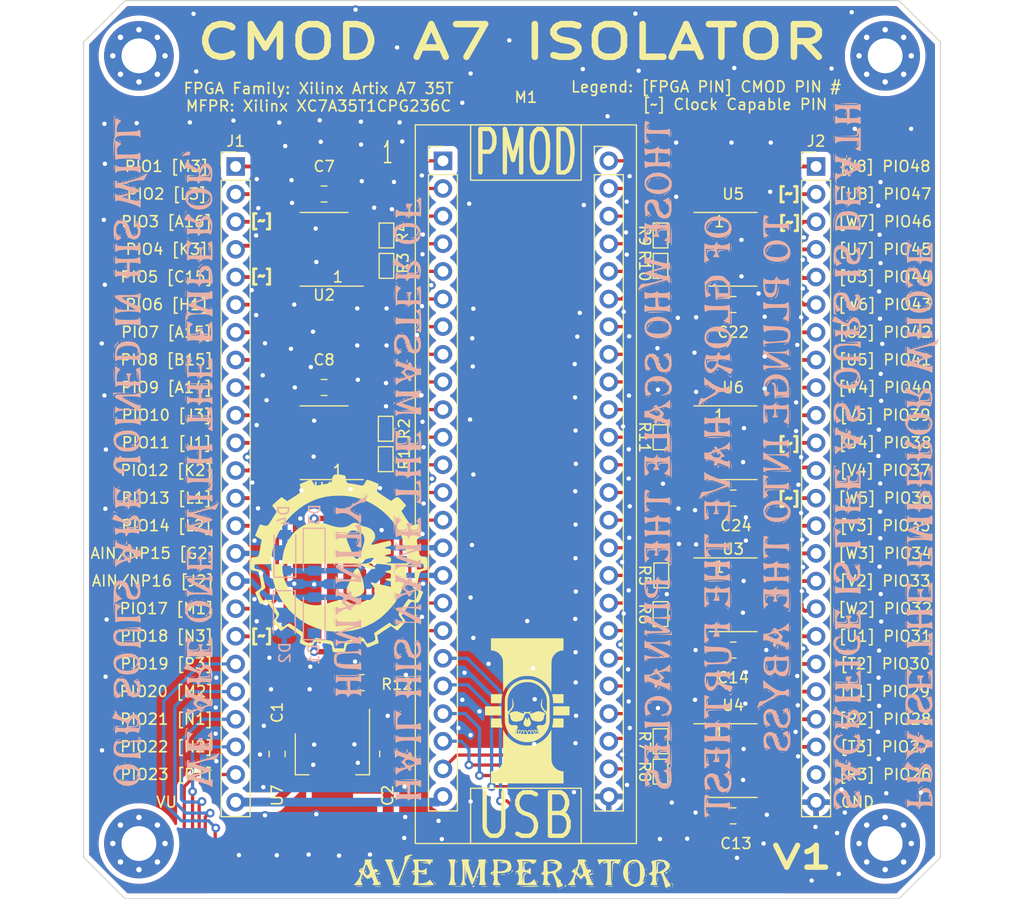
<source format=kicad_pcb>
(kicad_pcb (version 20211014) (generator pcbnew)
  (layers (0 "F.Cu" signal) (31 "B.Cu" signal) (34 "B.Paste" user) (35 "F.Paste" user) (36 "B.SilkS" user "B.Silkscreen") (37 "F.SilkS" user "F.Silkscreen") (38 "B.Mask" user) (39 "F.Mask" user) (44 "Edge.Cuts" user))
  (net 0 "")
  (net 1 "/5VU_UNREG")
  (net 2 "GND")
  (net 3 "/3V3")
  (net 4 "/AIN{slash}NP16")
  (net 5 "/AIN{slash}NP15")
  (net 6 "/p01")
  (net 7 "/p02")
  (net 8 "/p03")
  (net 9 "/p04")
  (net 10 "/p05")
  (net 11 "/p06")
  (net 12 "/p07")
  (net 13 "/p08")
  (net 14 "/p09")
  (net 15 "/p010")
  (net 16 "/p011")
  (net 17 "/p012")
  (net 18 "/p013")
  (net 19 "/p014")
  (net 20 "/p017")
  (net 21 "/p018")
  (net 22 "/p019")
  (net 23 "/p020")
  (net 24 "/p021")
  (net 25 "/p022")
  (net 26 "/p023")
  (net 27 "/p048")
  (net 28 "/p047")
  (net 29 "/p046")
  (net 30 "/p045")
  (net 31 "/p044")
  (net 32 "/p043")
  (net 33 "/p042")
  (net 34 "/p041")
  (net 35 "/p040")
  (net 36 "/p039")
  (net 37 "/p038")
  (net 38 "/p037")
  (net 39 "/p036")
  (net 40 "/p035")
  (net 41 "/p034")
  (net 42 "/p033")
  (net 43 "/p032")
  (net 44 "/p031")
  (net 45 "/p030")
  (net 46 "/p029")
  (net 47 "/p028")
  (net 48 "/p027")
  (net 49 "/p026")
  (net 50 "/p1")
  (net 51 "/p2")
  (net 52 "/p3")
  (net 53 "/p4")
  (net 54 "/p5")
  (net 55 "/p6")
  (net 56 "/p7")
  (net 57 "/p8")
  (net 58 "/p9")
  (net 59 "/p10")
  (net 60 "/p11")
  (net 61 "/p12")
  (net 62 "/p13")
  (net 63 "/p14")
  (net 64 "/p17")
  (net 65 "/p18")
  (net 66 "/p19")
  (net 67 "/p20")
  (net 68 "/p21")
  (net 69 "/p22")
  (net 70 "/p23")
  (net 71 "Net-(R1-Pad1)")
  (net 72 "Net-(R1-Pad2)")
  (net 73 "Net-(R1-Pad3)")
  (net 74 "Net-(R1-Pad4)")
  (net 75 "Net-(R2-Pad1)")
  (net 76 "Net-(R2-Pad2)")
  (net 77 "Net-(R2-Pad3)")
  (net 78 "Net-(R2-Pad4)")
  (net 79 "Net-(R3-Pad1)")
  (net 80 "Net-(R3-Pad2)")
  (net 81 "Net-(R3-Pad3)")
  (net 82 "Net-(R3-Pad4)")
  (net 83 "Net-(R4-Pad1)")
  (net 84 "Net-(R4-Pad2)")
  (net 85 "Net-(R4-Pad3)")
  (net 86 "Net-(R4-Pad4)")
  (net 87 "Net-(R5-Pad1)")
  (net 88 "Net-(R5-Pad2)")
  (net 89 "Net-(R5-Pad3)")
  (net 90 "Net-(R5-Pad4)")
  (net 91 "/p33")
  (net 92 "/p34")
  (net 93 "/p35")
  (net 94 "/p36")
  (net 95 "Net-(R6-Pad1)")
  (net 96 "Net-(R6-Pad2)")
  (net 97 "Net-(R6-Pad3)")
  (net 98 "Net-(R6-Pad4)")
  (net 99 "/p29")
  (net 100 "/p30")
  (net 101 "/p31")
  (net 102 "/p32")
  (net 103 "Net-(R7-Pad1)")
  (net 104 "Net-(R7-Pad2)")
  (net 105 "Net-(R7-Pad3)")
  (net 106 "Net-(R7-Pad4)")
  (net 107 "/p26")
  (net 108 "/p27")
  (net 109 "/p28")
  (net 110 "Net-(R8-Pad1)")
  (net 111 "Net-(R8-Pad2)")
  (net 112 "Net-(R8-Pad3)")
  (net 113 "Net-(R8-Pad4)")
  (net 114 "Net-(R9-Pad1)")
  (net 115 "Net-(R9-Pad2)")
  (net 116 "Net-(R9-Pad3)")
  (net 117 "Net-(R9-Pad4)")
  (net 118 "/p45")
  (net 119 "/p46")
  (net 120 "/p47")
  (net 121 "/p48")
  (net 122 "Net-(R10-Pad1)")
  (net 123 "Net-(R10-Pad2)")
  (net 124 "Net-(R10-Pad3)")
  (net 125 "Net-(R10-Pad4)")
  (net 126 "/p41")
  (net 127 "/p42")
  (net 128 "/p43")
  (net 129 "/p44")
  (net 130 "Net-(R11-Pad1)")
  (net 131 "Net-(R11-Pad2)")
  (net 132 "Net-(R11-Pad3)")
  (net 133 "Net-(R11-Pad4)")
  (net 134 "/p37")
  (net 135 "/p38")
  (net 136 "/p39")
  (net 137 "/p40")
  (net 138 "/p024")
  (net 147 "Net-(R12-Pad2)")
  (footprint "MountingHole:MountingHole_3.2mm_M3_Pad_Via" (layer "F.Cu") (at 53.34 39.37)
    (fp_text reference "REF**" hide)
    (fp_text value "MountingHole_3.2mm_M3_Pad_Via")
  )
  (footprint "MountingHole:MountingHole_3.2mm_M3_Pad_Via" (layer "F.Cu") (at 53.34 111.76)
    (fp_text reference "REF**" hide)
    (fp_text value "MountingHole_3.2mm_M3_Pad_Via")
  )
  (footprint "JRIX Resistor Array Footprints:YC-TC 124 8Pin-4R" (layer "F.Cu") (at 101.6 89.916 -90)
    (fp_text reference "R6")
    (fp_text value "YC324")
  )
  (footprint "JRIX Resistor Array Footprints:YC-TC 124 8Pin-4R" (layer "F.Cu") (at 75.763 59.436 90)
    (fp_text reference "R3")
    (fp_text value "YC324")
  )
  (footprint "Package_SO:TSSOP-20_4.4x6.5mm_P0.65mm" (layer "F.Cu") (at 70.358 74.93 180)
    (fp_text reference "U1")
    (fp_text value "TXB0108")
  )
  (footprint "Package_SO:TSSOP-20_4.4x6.5mm_P0.65mm" (layer "F.Cu") (at 70.358 57.15 180)
    (fp_text reference "U2")
    (fp_text value "TXB0108")
  )
  (footprint "JRIX Bitmap Images Footprints:Omnissiah" (layer "F.Cu") (at 71.8312 86.2076 90)
    (fp_text reference "REF**" hide)
    (fp_text value "Omnissiah")
  )
  (footprint "JRIX Resistor Array Footprints:YC-TC 124 8Pin-4R" (layer "F.Cu") (at 101.6 101.6 -90)
    (fp_text reference "R7")
    (fp_text value "YC324")
  )
  (footprint "Capacitor_SMD:C_0805_2012Metric_Pad1.18x1.45mm_HandSolder" (layer "F.Cu") (at 66.04 103.53 -90)
    (fp_text reference "C1")
    (fp_text value "100nF")
  )
  (footprint "JRIX Resistor Array Footprints:YC-TC 124 8Pin-4R" (layer "F.Cu") (at 101.671 86.36 -90)
    (fp_text reference "R5")
    (fp_text value "YC324")
  )
  (footprint "Package_TO_SOT_SMD:SOT-223-3_TabPin2" (layer "F.Cu") (at 71.12 103.53 -90)
    (fp_text reference "U7")
    (fp_text value "LD1117S33TR_SOT223")
  )
  (footprint "JRIX Resistor Array Footprints:YC-TC 124 8Pin-4R" (layer "F.Cu") (at 75.763 56.642 90)
    (fp_text reference "R4")
    (fp_text value "YC324")
  )
  (footprint "Capacitor_SMD:C_0805_2012Metric_Pad1.18x1.45mm_HandSolder" (layer "F.Cu") (at 107.95 80.01)
    (fp_text reference "C24")
    (fp_text value "100nF")
  )
  (footprint "JRIX Bitmap Images Footprints:ImperiumPuritySealCULAYER" (layer "F.Cu") (at 88.9 57.023)
    (fp_text reference "G***" hide)
    (fp_text value "LOGO" hide)
  )
  (footprint "JRIX Resistor Array Footprints:YC-TC 124 8Pin-4R" (layer "F.Cu") (at 101.6 57.912 -90)
    (fp_text reference "R10")
    (fp_text value "YC324")
  )
  (footprint "JRIX FPGA:CMOD A7 Module" (layer "F.Cu") (at 81.28 48.26)
    (fp_text reference "M1")
    (fp_text value "Artix_7_35T_CMOD_A7")
  )
  (footprint "Capacitor_SMD:C_0805_2012Metric_Pad1.18x1.45mm_HandSolder" (layer "F.Cu") (at 107.95 109.22)
    (fp_text reference "C13")
    (fp_text value "100nF")
  )
  (footprint "Capacitor_SMD:C_0805_2012Metric_Pad1.18x1.45mm_HandSolder" (layer "F.Cu") (at 70.358 52.07 180)
    (fp_text reference "C7")
    (fp_text value "100nF")
  )
  (footprint "LED_SMD:LED_0603_1608Metric" (layer "F.Cu") (at 73.1012 84.1756 -67)
    (fp_text reference "D5" hide)
    (fp_text value "LED")
  )
  (footprint "Resistor_SMD:R_0805_2012Metric_Pad1.20x1.40mm_HandSolder" (layer "F.Cu") (at 73.8124 96.9772)
    (fp_text reference "R12")
    (fp_text value "560R")
  )
  (footprint "Capacitor_SMD:C_0805_2012Metric_Pad1.18x1.45mm_HandSolder" (layer "F.Cu") (at 107.95 93.98)
    (fp_text reference "C14")
    (fp_text value "100nF")
  )
  (footprint "JRIX Bitmap Images Footprints:AveImperator" (layer "F.Cu") (at 87.8332 114.6556)
    (fp_text reference "G***" hide)
    (fp_text value "LOGO" hide)
  )
  (footprint "JRIX Resistor Array Footprints:YC-TC 124 8Pin-4R" (layer "F.Cu") (at 101.6 73.66 -90)
    (fp_text reference "R11")
    (fp_text value "YC324")
  )
  (footprint "JRIX Resistor Array Footprints:YC-TC 124 8Pin-4R" (layer "F.Cu") (at 75.692 77.2 90)
    (fp_text reference "R1")
    (fp_text value "YC324")
  )
  (footprint "Capacitor_SMD:C_0805_2012Metric_Pad1.18x1.45mm_HandSolder" (layer "F.Cu") (at 70.358 69.85 180)
    (fp_text reference "C8")
    (fp_text value "100nF")
  )
  (footprint "Package_SO:TSSOP-20_4.4x6.5mm_P0.65mm" (layer "F.Cu") (at 107.95 88.9)
    (fp_text reference "U3")
    (fp_text value "TXB0108")
  )
  (footprint "MountingHole:MountingHole_3.2mm_M3_Pad_Via" (layer "F.Cu") (at 121.92 111.76)
    (fp_text reference "REF**" hide)
    (fp_text value "MountingHole_3.2mm_M3_Pad_Via")
  )
  (footprint "Package_SO:TSSOP-20_4.4x6.5mm_P0.65mm" (layer "F.Cu") (at 107.95 74.93)
    (fp_text reference "U6")
    (fp_text value "TXB0108")
  )
  (footprint "Package_SO:TSSOP-20_4.4x6.5mm_P0.65mm" (layer "F.Cu") (at 107.95 104.14)
    (fp_text reference "U4")
    (fp_text value "TXB0108")
  )
  (footprint "Capacitor_SMD:C_0805_2012Metric_Pad1.18x1.45mm_HandSolder" (layer "F.Cu") (at 107.95 62.23)
    (fp_text reference "C22")
    (fp_text value "100nF")
  )
  (footprint "Connector_PinHeader_2.54mm:PinHeader_1x24_P2.54mm_Vertical" (layer "F.Cu") (at 62.23 49.54)
    (fp_text reference "J1")
    (fp_text value "Conn_01x24")
  )
  (footprint "Connector_PinHeader_2.54mm:PinHeader_1x24_P2.54mm_Vertical" (layer "F.Cu") (at 115.57 49.54)
    (fp_text reference "J2")
    (fp_text value "Conn_01x24")
  )
  (footprint "JRIX Resistor Array Footprints:YC-TC 124 8Pin-4R" (layer "F.Cu") (at 101.6 104.394 -90)
    (fp_text reference "R8")
    (fp_text value "YC324")
  )
  (footprint "MountingHole:MountingHole_3.2mm_M3_Pad_Via" (layer "F.Cu") (at 121.92 39.37)
    (fp_text reference "REF**" hide)
    (fp_text value "MountingHole_3.2mm_M3_Pad_Via")
  )
  (footprint "JRIX Resistor Array Footprints:YC-TC 124 8Pin-4R" (layer "F.Cu") (at 101.6 55.118 -90)
    (fp_text reference "R9")
    (fp_text value "YC324")
  )
  (footprint "Package_SO:TSSOP-20_4.4x6.5mm_P0.65mm" (layer "F.Cu") (at 107.95 57.15)
    (fp_text reference "U5")
    (fp_text value "TXB0108")
  )
  (footprint "JRIX Resistor Array Footprints:YC-TC 124 8Pin-4R" (layer "F.Cu") (at 75.692 74.406 90)
    (fp_text reference "R2")
    (fp_text value "YC324")
  )
  (footprint "JRIX Bitmap Images Footprints:Inquisition4" (layer "F.Cu") (at 89.027 99.568)
    (fp_text reference "G***" hide)
    (fp_text value "LOGO" hide)
  )
  (footprint "Capacitor_SMD:C_0805_2012Metric_Pad1.18x1.45mm_HandSolder" (layer "F.Cu") (at 76.2 103.53 90)
    (fp_text reference "C2")
    (fp_text value "10uF")
  )
  (footprint "JRIX Bitmap Images Footprints:Quote 2 SS" (layer "B.Cu") (at 121.45558 75.656128 90)
    (fp_text reference "G***" hide)
    (fp_text value "LOGO" hide)
  )
  (footprint "JRIX Bitmap Images Footprints:Quote 3 SS" (layer "B.Cu") (at 75.6412 80.2132 90)
    (fp_text reference "G***" hide)
    (fp_text value "LOGO" hide)
  )
  (footprint "Diode_SMD:D_SOD-123" (layer "B.Cu") (at 66.7512 85.0392 90)
    (fp_text reference "D4")
    (fp_text value "D_Schottky")
  )
  (footprint "JRIX Bitmap Images Footprints:AdepturAstartesFmask" (layer "B.Cu") (at 89.9668 111.2012 180)
    (fp_text reference "G***" hide)
    (fp_text value "LOGO" hide)
  )
  (footprint "Diode_SMD:D_SOD-123" (layer "B.Cu") (at 69.4436 85.0392 -90)
    (fp_text reference "D3")
    (fp_text value "D_Schottky")
  )
  (footprint "Diode_SMD:D_SOD-123" (layer "B.Cu") (at 66.7004 90.7796 -90)
    (fp_text reference "D2")
    (fp_text value "D_Schottky")
  )
  (footprint "JRIX Bitmap Images Footprints:ImperiumPuritySeal2" (layer "B.Cu") (at 89.027 45.212 180)
    (fp_text reference "G***" hide)
    (fp_text value "LOGO" hide)
  )
  (footprint "Diode_SMD:D_SOD-123" (layer "B.Cu") (at 69.4436 90.7796 90)
    (fp_text reference "D1")
    (fp_text value "D_Schottky")
  )
  (footprint "JRIX Bitmap Images Footprints:Quote 1 SS" (layer "B.Cu") (at 55.626 75.7428 90)
    (fp_text reference "G***" hide)
    (fp_text value "LOGO" hide)
  )
  (footprint "JRIX Bitmap Images Footprints:Quote 4 SS" (layer "B.Cu") (at 105.9688 77.7748 -90)
    (fp_text reference "G***" hide)
    (fp_text value "LOGO" hide)
  )
  (gr_line (start 123.19 34.29) (end 52.07 34.29) (layer "Edge.Cuts") (width 0.1))
  (gr_line (start 127 113.03) (end 127 38.1) (layer "Edge.Cuts") (width 0.1))
  (gr_line (start 127 38.1) (end 123.19 34.29) (layer "Edge.Cuts") (width 0.1))
  (gr_line (start 48.26 113.03) (end 52.07 116.84) (layer "Edge.Cuts") (width 0.1))
  (gr_line (start 48.26 38.1) (end 52.07 34.29) (layer "Edge.Cuts") (width 0.1))
  (gr_line (start 123.19 116.84) (end 52.07 116.84) (layer "Edge.Cuts") (width 0.1))
  (gr_line (start 48.26 38.1) (end 48.26 113.03) (layer "Edge.Cuts") (width 0.1))
  (gr_line (start 123.19 116.84) (end 127 113.03) (layer "Edge.Cuts") (width 0.1))
  (gr_text "PIO5 [C15]\n" (at 55.88 59.69) (layer "F.SilkS") (effects (font (size 1 1))))
  (gr_text "1" (at 71.628 59.69) (layer "F.SilkS") (effects (font (size 1 1))))
  (gr_text "[U2] PIO42\n" (at 121.92 64.77) (layer "F.SilkS") (effects (font (size 1 1))))
  (gr_text "[W2] PIO32\n" (at 121.92 90.17) (layer "F.SilkS") (effects (font (size 1 1))))
  (gr_text "[V4] PIO37\n" (at 121.92 77.47) (layer "F.SilkS") (effects (font (size 1 1))))
  (gr_text "V1" (at 114.3 113.03) (layer "F.SilkS") (effects (font (size 2 3) (thickness 0.5))))
  (gr_text "CMOD A7 ISOLATOR" (at 87.63 38.1) (layer "F.SilkS") (effects (font (size 3 4) (thickness 0.6))))
  (gr_text "VU" (at 55.88 107.95) (layer "F.SilkS") (effects (font (size 1 1))))
  (gr_text "PIO7 [A15]" (at 55.88 64.77) (layer "F.SilkS") (effects (font (size 1 1))))
  (gr_text "[~]" (at 113.0808 80.01) (layer "F.SilkS") (effects (font (size 1 1) (thickness 0.25))))
  (gr_text "PIO22 [N2]" (at 55.88 102.87) (layer "F.SilkS") (effects (font (size 1 1))))
  (gr_text "PIO3 [A16]\n" (at 55.88 54.61) (layer "F.SilkS") (effects (font (size 1 1))))
  (gr_text "Legend: [FPGA PIN] CMOD PIN #\n       [~] Clock Capable PIN" (at 105.4608 43.0276) (layer "F.SilkS") (effects (font (size 1 1))))
  (gr_text "[~]" (at 113.0808 74.9808) (layer "F.SilkS") (effects (font (size 1 1) (thickness 0.25))))
  (gr_text "PIO2 [L3]\n" (at 55.88 52.07) (layer "F.SilkS") (effects (font (size 1 1))))
  (gr_text "[~]" (at 64.6176 54.5084) (layer "F.SilkS") (effects (font (size 1 1) (thickness 0.25))))
  (gr_text "[W6] PIO43\n" (at 121.92 62.23) (layer "F.SilkS") (effects (font (size 1 1))))
  (gr_text "[T1] PIO29\n" (at 121.92 97.79) (layer "F.SilkS") (effects (font (size 1 1))))
  (gr_text "PIO4 [K3]\n" (at 55.88 57.15) (layer "F.SilkS") (effects (font (size 1 1))))
  (gr_text "PIO11 [J1]" (at 55.88 74.93) (layer "F.SilkS") (effects (font (size 1 1))))
  (gr_text "[V5] PIO39\n" (at 121.92 72.39) (layer "F.SilkS") (effects (font (size 1 1))))
  (gr_text "[W5] PIO36\n" (at 121.92 80.01) (layer "F.SilkS") (effects (font (size 1 1))))
  (gr_text "[V8] PIO48\n" (at 121.92 49.53) (layer "F.SilkS") (effects (font (size 1 1))))
  (gr_text "PIO10 [J3]" (at 55.88 72.39) (layer "F.SilkS") (effects (font (size 1 1))))
  (gr_text "PIO1 [M3]\n" (at 55.88 49.53) (layer "F.SilkS") (effects (font (size 1 1))))
  (gr_text "1" (at 106.68 86.36) (layer "F.SilkS") (effects (font (size 1 1))))
  (gr_text "[W3] PIO34\n" (at 121.92 85.09) (layer "F.SilkS") (effects (font (size 1 1))))
  (gr_text "[R3] PIO26\n" (at 121.92 105.41) (layer "F.SilkS") (effects (font (size 1 1))))
  (gr_text "PIO9 [A14]" (at 55.88 69.85) (layer "F.SilkS") (effects (font (size 1 1))))
  (gr_text "[R2] PIO28\n" (at 121.92 100.33) (layer "F.SilkS") (effects (font (size 1 1))))
  (gr_text "[W7] PIO46\n" (at 121.92 54.61) (layer "F.SilkS") (effects (font (size 1 1))))
  (gr_text "[~]" (at 113.1316 54.6608) (layer "F.SilkS") (effects (font (size 1 1) (thickness 0.25))))
  (gr_text "1" (at 106.68 72.39) (layer "F.SilkS") (effects (font (size 1 1))))
  (gr_text "AIN/NP16 [J2]" (at 54.61 87.63) (layer "F.SilkS") (effects (font (size 1 1))))
  (gr_text "PIO18 [N3]" (at 55.88 92.690211) (layer "F.SilkS") (effects (font (size 1 1))))
  (gr_text "PIO20 [M2]" (at 55.88 97.79) (layer "F.SilkS") (effects (font (size 1 1))))
  (gr_text "[U8] PIO47\n" (at 121.92 52.07) (layer "F.SilkS") (effects (font (size 1 1))))
  (gr_text "FPGA Family: Xilinx Artix A7 35T\nMFPR: Xilinx XC7A35T1CPG236C" (at 69.85 43.18) (layer "F.SilkS") (effects (font (size 1 1))))
  (gr_text "PIO21 [N1]" (at 55.88 100.33) (layer "F.SilkS") (effects (font (size 1 1))))
  (gr_text "PIO13 [L1]" (at 55.88 80.01) (layer "F.SilkS") (effects (font (size 1 1))))
  (gr_text "1" (at 71.628 77.47) (layer "F.SilkS") (effects (font (size 1 1))))
  (gr_text "[U1] PIO31\n" (at 121.92 92.71) (layer "F.SilkS") (effects (font (size 1 1))))
  (gr_text "1" (at 106.68 54.61) (layer "F.SilkS") (effects (font (size 1 1))))
  (gr_text "[~]" (at 113.0808 52.0192) (layer "F.SilkS") (effects (font (size 1 1) (thickness 0.25))))
  (gr_text "[T3] PIO27\n" (at 121.92 102.87) (layer "F.SilkS") (effects (font (size 1 1))))
  (gr_text "[U7] PIO45\n" (at 121.92 57.15) (layer "F.SilkS") (effects (font (size 1 1))))
  (gr_text "[V2] PIO33\n" (at 121.92 87.63) (layer "F.SilkS") (effects (font (size 1 1))))
  (gr_text "[~]" (at 64.6176 59.5884) (layer "F.SilkS") (effects (font (size 1 1) (thickness 0.25))))
  (gr_text "[~]" (at 64.6176 92.6592) (layer "F.SilkS") (effects (font (size 1 1) (thickness 0.25))))
  (gr_text "[U3] PIO44\n" (at 121.92 59.69) (layer "F.SilkS") (effects (font (size 1 1))))
  (gr_text "PIO14 [L2]" (at 55.88 82.55) (layer "F.SilkS") (effects (font (size 1 1))))
  (gr_text "PIO8 [B15]" (at 55.88 67.31) (layer "F.SilkS") (effects (font (size 1 1))))
  (gr_text "[U4] PIO38\n" (at 121.92 74.93) (layer "F.SilkS") (effects (font (size 1 1))))
  (gr_text "PIO19 [P3]" (at 55.88 95.25) (layer "F.SilkS") (effects (font (size 1 1))))
  (gr_text "[V3] PIO35\n" (at 121.92 82.55) (layer "F.SilkS") (effects (font (size 1 1))))
  (gr_text "PIO6 [H1]" (at 55.88 62.23) (layer "F.SilkS") (effects (font (size 1 1))))
  (gr_text "PIO23 [P1]" (at 55.88 105.41) (layer "F.SilkS") (effects (font (size 1 1))))
  (gr_text "[T2] PIO30\n" (at 121.92 95.25) (layer "F.SilkS") (effects (font (size 1 1))))
  (gr_text "AIN/NP15 [G2]" (at 54.61 85.09) (layer "F.SilkS") (effects (font (size 1 1))))
  (gr_text "1" (at 106.68 101.6) (layer "F.SilkS") (effects (font (size 1 1))))
  (gr_text "[U5] PIO41\n" (at 121.92 67.31) (layer "F.SilkS") (effects (font (size 1 1))))
  (gr_text "GND" (at 119.38 107.95) (layer "F.SilkS") (effects (font (size 1 1))))
  (gr_text "[W4] PIO40\n" (at 121.92 69.85) (layer "F.SilkS") (effects (font (size 1 1))))
  (gr_text "PIO17 [M1]" (at 55.88 90.17) (layer "F.SilkS") (effects (font (size 1 1))))
  (gr_text "PIO12 [K2]" (at 55.88 77.47) (layer "F.SilkS") (effects (font (size 1 1))))
  (segment (start 67.8688 105.9688) (end 67.8688 103.0224) (width 0.8) (layer "F.Cu") (net 1))
  (segment (start 66.8028 100.38) (end 68.82 100.38) (width 0.8) (layer "F.Cu") (net 1))
  (segment (start 66.04 102.4925) (end 66.04 101.1428) (width 0.8) (layer "F.Cu") (net 1))
  (segment (start 67.3389 102.4925) (end 66.04 102.4925) (width 0.8) (layer "F.Cu") (net 1))
  (segment (start 67.8688 103.0224) (end 67.3389 102.4925) (width 0.8) (layer "F.Cu") (net 1))
  (segment (start 65.8776 107.96) (end 67.8688 105.9688) (width 0.8) (layer "F.Cu") (net 1))
  (segment (start 62.23 107.96) (end 65.8776 107.96) (width 0.8) (layer "F.Cu") (net 1))
  (segment (start 66.04 101.1428) (end 66.8028 100.38) (width 0.8) (layer "F.Cu") (net 1))
  (segment (start 80.76 107.96) (end 81.28 107.44) (width 0.8) (layer "B.Cu") (net 1))
  (segment (start 62.23 107.96) (end 80.76 107.96) (width 0.8) (layer "B.Cu") (net 1))
  (segment (start 109.728 62.23) (end 110.8456 63.3476) (width 0.3) (layer "F.Cu") (net 2))
  (segment (start 108.9875 62.23) (end 109.728 62.23) (width 0.3) (layer "F.Cu") (net 2))
  (via (at 67.6148 87.884) (size 0.8) (drill 0.4) (layers "F.Cu" "B.Cu") (net 2))
  (via (at 93.480296 96.957946) (size 0.8) (drill 0.4) (layers "F.Cu" "B.Cu") (net 2))
  (via (at 84.074 62.611) (size 0.8) (drill 0.4) (layers "F.Cu" "B.Cu") (net 2))
  (via (at 108.0516 40.4876) (size 0.8) (drill 0.4) (layers "F.Cu" "B.Cu") (net 2))
  (via (at 118.2116 108.9152) (size 0.8) (drill 0.4) (layers "F.Cu" "B.Cu") (net 2))
  (via (at 60.4012 99.2632) (size 0.8) (drill 0.4) (layers "F.Cu" "B.Cu") (net 2))
  (via (at 121.550181 71.078531) (size 0.8) (drill 0.4) (layers "F.Cu" "B.Cu") (net 2))
  (via (at 93.462076 85.542162) (size 0.8) (drill 0.4) (layers "F.Cu" "B.Cu") (net 2))
  (via (at 82.7024 101.1428) (size 0.8) (drill 0.4) (layers "F.Cu" "B.Cu") (net 2))
  (via (at 62.532717 112.825171) (size 0.8) (drill 0.4) (layers "F.Cu" "B.Cu") (net 2))
  (via (at 64.310228 53.366261) (size 0.8) (drill 0.4) (layers "F.Cu" "B.Cu") (net 2))
  (via (at 102.9208 80.9752) (size 0.8) (drill 0.4) (layers "F.Cu" "B.Cu") (net 2))
  (via (at 49.925505 65.804665) (size 0.8) (drill 0.4) (layers "F.Cu" "B.Cu") (net 2))
  (via (at 69.6468 58.3184) (size 0.8) (drill 0.4) (layers "F.Cu" "B.Cu") (net 2))
  (via (at 73.145026 102.648959) (size 0.8) (drill 0.4) (layers "F.Cu" "B.Cu") (net 2))
  (via (at 98.39351 65.145907) (size 0.8) (drill 0.4) (layers "F.Cu" "B.Cu") (net 2))
  (via (at 78.8924 65.024) (size 0.8) (drill 0.4) (layers "F.Cu" "B.Cu") (net 2))
  (via (at 121.2596 101.4984) (size 0.8) (drill 0.4) (layers "F.Cu" "B.Cu") (net 2))
  (via (at 93.472 82.4484) (size 0.8) (drill 0.4) (layers "F.Cu" "B.Cu") (net 2))
  (via (at 111.0488 109.1184) (size 0.8) (drill 0.4) (layers "F.Cu" "B.Cu") (net 2))
  (via (at 121.360903 61.025751) (size 0.8) (drill 0.4) (layers "F.Cu" "B.Cu") (net 2))
  (via (at 76.0476 69.4436) (size 0.8) (drill 0.4) (layers "F.Cu" "B.Cu") (net 2))
  (via (at 93.853 62.992) (size 0.8) (drill 0.4) (layers "F.Cu" "B.Cu") (net 2))
  (via (at 64.8208 100.9396) (size 0.8) (drill 0.4) (layers "F.Cu" "B.Cu") (net 2))
  (via (at 58.358519 35.506235) (size 0.8) (drill 0.4) (layers "F.Cu" "B.Cu") (net 2))
  (via (at 63.7032 60.9092) (size 0.8) (drill 0.4) (layers "F.Cu" "B.Cu") (net 2))
  (via (at 121.468576 83.703733) (size 0.8) (drill 0.4) (layers "F.Cu" "B.Cu") (net 2))
  (via (at 83.7692 72.7964) (size 0.8) (drill 0.4) (layers "F.Cu" "B.Cu") (net 2))
  (via (at 60.458073 104.194209) (size 0.8) (drill 0.4) (layers "F.Cu" "B.Cu") (net 2))
  (via (at 79.502 75.3364) (size 0.8) (drill 0.4) (layers "F.Cu" "B.Cu") (net 2))
  (via (at 93.511842 100.017945) (size 0.8) (drill 0.4) (layers "F.Cu" "B.Cu") (net 2))
  (via (at 109.1184 81.788) (size 0.8) (drill 0.4) (layers "F.Cu" "B.Cu") (net 2))
  (via (at 114.1984 76.2508) (size 0.8) (drill 0.4) (layers "F.Cu" "B.Cu") (net 2))
  (via (at 67.6148 62.23) (size 0.8) (drill 0.4) (layers "F.Cu" "B.Cu") (net 2))
  (via (at 76.0984 65.9892) (size 0.8) (drill 0.4) (layers "F.Cu" "B.Cu") (net 2))
  (via (at 89.662 102.616) (size 0.8) (drill 0.4) (layers "F.Cu" "B.Cu") (net 2))
  (via (at 104.4956 93.98) (size 0.8) (drill 0.4) (layers "F.Cu" "B.Cu") (net 2))
  (via (at 108.712 56.2864) (size 0.8) (drill 0.4) (layers "F.Cu" "B.Cu") (net 2))
  (via (at 74.5744 112.776) (size 0.8) (drill 0.4) (layers "F.Cu" "B.Cu") (net 2))
  (via (at 64.9224 109.1692) (size 0.8) (drill 0.4) (layers "F.Cu" "B.Cu") (net 2))
  (via (at 115.1636 115.1636) (size 0.8) (drill 0.4) (layers "F.Cu" "B.Cu") (net 2))
  (via (at 93.458674 102.538985) (size 0.8) (drill 0.4) (layers "F.Cu" "B.Cu") (net 2))
  (via (at 93.6244 65.1764) (size 0.8) (drill 0.4) (layers "F.Cu" "B.Cu") (net 2))
  (via (at 101.854 88.8492) (size 0.8) (drill 0.4) (layers "F.Cu" "B.Cu") (net 2))
  (via (at 113.8428 65.9384) (size 0.8) (drill 0.4) (layers "F.Cu" "B.Cu") (net 2))
  (via (at 87.376 37.9476) (size 0.8) (drill 0.4) (layers "F.Cu" "B.Cu") (net 2))
  (via (at 80.2132 60.452) (size 0.8) (drill 0.4) (layers "F.Cu" "B.Cu") (net 2))
  (via (at 113.917987 103.751487) (size 0.8) (drill 0.4) (layers "F.Cu" "B.Cu") (net 2))
  (via (at 63.754 78.5876) (size 0.8) (drill 0.4) (layers "F.Cu" "B.Cu") (net 2))
  (via (at 93.440454 91.123201) (size 0.8) (drill 0.4) (layers "F.Cu" "B.Cu") (net 2))
  (via (at 113.7412 71.2216) (size 0.8) (drill 0.4) (layers "F.Cu" "B.Cu") (net 2))
  (via (at 65.4812 97.5868) (size 0.8) (drill 0.4) (layers "F.Cu" "B.Cu") (net 2))
  (via (at 119.126 46.0756) (size 0.8) (drill 0.4) (layers "F.Cu" "B.Cu") (net 2))
  (via (at 121.447546 81.264146) (size 0.8) (drill 0.4) (layers "F.Cu" "B.Cu") (net 2))
  (via (at 77.748054 106.537373) (size 0.8) (drill 0.4) (layers "F.Cu" "B.Cu") (net 2))
  (via (at 108.712 59.6392) (size 0.8) (drill 0.4) (layers "F.Cu" "B.Cu") (net 2))
  (via (at 70.050826 47.27125) (size 0.8) (drill 0.4) (layers "F.Cu" "B.Cu") (net 2))
  (via (at 64.1604 91.3384) (size 0.8) (drill 0.4) (layers "F.Cu" "B.Cu") (net 2))
  (via (at 98.16714 57.635652) (size 0.8) (drill 0.4) (layers "F.Cu" "B.Cu") (net 2))
  (via (at 98.3488 98.7044) (size 0.8) (drill 0.4) (layers "F.Cu" "B.Cu") (net 2))
  (via (at 111.3536 51.8668) (size 0.8) (drill 0.4) (layers "F.Cu" "B.Cu") (net 2))
  (via (at 83.82 101.8032) (size 0.8) (drill 0.4) (layers "F.Cu" "B.Cu") (net 2))
  (via (at 97.7392 85.9028) (size 0.8) (drill 0.4) (layers "F.Cu" "B.Cu") (net 2))
  (via (at 73.4568 104.3432) (size 0.8) (drill 0.4) (layers "F.Cu" "B.Cu") (net 2))
  (via (at 66.009829 112.839191) (size 0.8) (drill 0.4) (layers "F.Cu" "B.Cu") (net 2))
  (via (at 89.027 91.313) (size 0.8) (drill 0.4) (layers "F.Cu" "B.Cu") (net 2))
  (via (at 50.209422 49.290135) (size 0.8) (drill 0.4) (layers "F.Cu" "B.Cu") (net 2))
  (via (at 60.38797 101.670498) (size 0.8) (drill 0.4) (layers "F.Cu" "B.Cu") (net 2))
  (via (at 121.3104 103.9876) (size 0.8) (drill 0.4) (layers "F.Cu" "B.Cu") (net 2))
  (via (at 114.3508 60.7568) (size 0.8) (drill 0.4) (layers "F.Cu" "B.Cu") (net 2))
  (via (at 121.49642 58.419261) (size 0.8) (drill 0.4) (layers "F.Cu" "B.Cu") (net 2))
  (via (at 79.4004 83.312) (size 0.8) (drill 0.4) (layers "F.Cu" "B.Cu") (net 2))
  (via (at 104.394 66.6496) (size 0.8) (drill 0.4) (layers "F.Cu" "B.Cu") (net 2))
  (via (at 97.828408 73.429992) (size 0.8) (drill 0.4) (layers "F.Cu" "B.Cu") (net 2))
  (via (at 77.537834 47.243208) (size 0.8) (drill 0.4) (layers "F.Cu" "B.Cu") (net 2))
  (via (at 100.9904 66.2432) (size 0.8) (drill 0.4) (layers "F.Cu" "B.Cu") (net 2))
  (via (at 65.3288 94.6912) (size 0.8) (drill 0.4) (layers "F.Cu" "B.Cu") (net 2))
  (via (at 50.209422 60.410234) (size 0.8) (drill 0.4) (layers "F.Cu" "B.Cu") (net 2))
  (via (at 76.0984 62.5856) (size 0.8) (drill 0.4) (layers "F.Cu" "B.Cu") (net 2))
  (via (at 118.839437 35.36701) (size 0.8) (drill 0.4) (layers "F.Cu" "B.Cu") (net 2))
  (via (at 83.82 89.154) (size 0.8) (drill 0.4) (layers "F.Cu" "B.Cu") (net 2))
  (via (at 80.8736 109.6772) (size 0.8) (drill 0.4) (layers "F.Cu" "B.Cu") (net 2))
  (via (at 93.462076 73.807362) (size 0.8) (drill 0.4) (layers "F.Cu" "B.Cu") (net 2))
  (via (at 114.1984 63.3984) (size 0.8) (drill 0.4) (layers "F.Cu" "B.Cu") (net 2))
  (via (at 121.655336 65.841832) (size 0.8) (drill 0.4) (layers "F.Cu" "B.Cu") (net 2))
  (via (at 102.7176 47.3456) (size 0.8) (drill 0.4) (layers "F.Cu" "B.Cu") (net 2))
  (via (at 93.389654 67.704401) (size 0.8) (drill 0.4) (layers "F.Cu" "B.Cu") (net 2))
  (via (at 98.3996 83.6676) (size 0.8) (drill 0.4) (layers "F.Cu" "B.Cu") (net 2))
  (via (at 121.3612 94.0308) (size 0.8) (drill 0.4) (layers "F.Cu" "B.Cu") (net 2))
  (via (at 98.298 95.758) (size 0.8) (drill 0.4) (layers "F.Cu" "B.Cu") (net 2))
  (via (at 108.847517 90.549446) (size 0.8) (drill 0.4) (layers "F.Cu" "B.Cu") (net 2))
  (via (at 58.021744 45.489552) (size 0.8) (drill 0.4) (layers "F.Cu" "B.Cu") (net 2))
  (via (at 79.4512 87.884) (size 0.8) (drill 0.4) (layers "F.Cu" "B.Cu") (net 2))
  (via (at 69.342 64.7192) (size 0.8) (drill 0.4) (layers "F.Cu" "B.Cu") (net 2))
  (via (at 49.946912 103.194729) (size 0.8) (drill 0.4) (layers "F.Cu" "B.Cu") (net 2))
  (via (at 108.9152 87.63) (size 0.8) (drill 0.4) (layers "F.Cu" "B.Cu") (net 2))
  (via (at 98.375212 70.597828) (size 0.8) (drill 0.4) (layers "F.Cu" "B.Cu") (net 2))
  (via (at 116.9924 40.5384) (size 0.8) (drill 0.4) (layers "F.Cu" "B.Cu") (net 2))
  (via (at 93.3196 107.0356) (size 0.8) (drill 0.4) (layers "F.Cu" "B.Cu") (net 2))
  (via (at 69.4436 87.9348) (size 0.8) (drill 0.4) (layers "F.Cu" "B.Cu") (net 2))
  (via (at 101.0412 70.0532) (size 0.8) (drill 0.4) (layers "F.Cu" "B.Cu") (net 2))
  (via (at 121.466057 78.670693) (size 0.8) (drill 0.4) (layers "F.Cu" "B.Cu") (net 2))
  (via (at 93.472 94.1832) (size 0.8) (drill 0.4) (layers "F.Cu" "B.Cu") (net 2))
  (via (at 121.29781 76.146983) (size 0.8) (drill 0.4) (layers "F.Cu" "B.Cu") (net 2))
  (via (at 63.9572 83.9216) (size 0.8) (drill 0.4) (layers "F.Cu" "B.Cu") (net 2))
  (via (at 85.471 95.25) (size 0.8) (drill 0.4) (layers "F.Cu" "B.Cu") (net 2))
  (via (at 67.3608 50.8) (size 0.8) (drill 0.4) (layers "F.Cu" "B.Cu") (net 2))
  (via (at 58.61089 40.806027) (size 0.8) (drill 0.4) (layers "F.Cu" "B.Cu") (net 2))
  (via (at 94.1324 40.5892) (size 0.8) (drill 0.4) (layers "F.Cu" "B.Cu") (net 2))
  (via (at 117.6528 114.554) (size 0.8) (drill 0.4) (layers "F.Cu" "B.Cu") (net 2))
  (via (at 68.9356 112.776) (size 0.8) (drill 0.4) (layers "F.Cu" "B.Cu") (net 2))
  (via (at 110.8456 63.3476) (size 0.8) (drill 0.4) (layers "F.Cu" "B.Cu") (net 2))
  (via (at 64.1096 55.88) (size 0.8) (drill 0.4) (layers "F.Cu" "B.Cu") (net 2))
  (via (at 77.724 111.252) (size 0.8) (drill 0.4) (layers "F.Cu" "B.Cu") (net 2))
  (via (at 73.24841 35.127679) (size 0.8) (drill 0.4) (layers "F.Cu" "B.Cu") (net 2))
  (via (at 64.9224 65.786) (size 0.8) (drill 0.4) (layers "F.Cu" "B.Cu") (net 2))
  (via (at 101.4984 78.6892) (size 0.8) (drill 0.4) (layers "F.Cu" "B.Cu") (net 2))
  (via (at 109.0676 98.9076) (size 0.8) (drill 0.4) (layers "F.Cu" "B.Cu") (net 2))
  (via (at 104.5464 84.2772) (size 0.8) (drill 0.4) (layers "F.Cu" "B.Cu") (net 2))
  (via (at 77.0636 38.608) (size 0.8) (drill 0.4) (layers "F.Cu" "B.Cu") (net 2))
  (via (at 109.1184 96.012) (size 0.8) (drill 0.4) (layers "F.Cu" "B.Cu") (net 2))
  (via (at 79.3496 90.932) (size 0.8) (drill 0.4) (layers "F.Cu" "B.Cu") (net 2))
  (via (at 114.294306 83.834691) (size 0.8) (drill 0.4) (layers "F.Cu" "B.Cu") (net 2))
  (via (at 79.4004 57.6072) (size 0.8) (drill 0.4) (layers "F.Cu" "B.Cu") (net 2))
  (via (at 80.264 78.232) (size 0.8) (drill 0.4) (layers "F.Cu" "B.Cu") (net 2))
  (via (at 71.7296 112.8776) (size 0.8) (drill 0.4) (layers "F.Cu" "B.Cu") (net 2))
  (via (at 67.31 66.294) (size 0.8) (drill 0.4) (layers "F.Cu" "B.Cu") (net 2))
  (via (at 122.0216 107.1372) (size 0.8) (drill 0.4) (layers "F.Cu" "B.Cu") (net 2))
  (via (at 79.4004 72.9996) (size 0.8) (drill 0.4) (layers "F.Cu" "B.Cu") (net 2))
  (via (at 65.0748 71.0184) (size 0.8) (drill 0.4) (layers "F.Cu" "B.Cu") (net 2))
  (via (at 111.4044 47.3456) (size 0.8) (drill 0.4) (layers "F.Cu" "B.Cu") (net 2))
  (via (at 94.234 53.086) (size 0.8) (drill 0.4) (layers "F.Cu" "B.Cu") (net 2))
  (via (at 101.21502 111.345804) (size 0.8) (drill 0.4) (layers "F.Cu" "B.Cu") (net 2))
  (via (at 64.77 106.5784) (size 0.8) (drill 0.4) (layers "F.Cu" "B.Cu") (net 2))
  (via (at 121.412296 55.811426) (size 0.8) (drill 0.4) (layers "F.Cu" "B.Cu") (net 2))
  (via (at 72.7964 79.1972) (size 0.8) (drill 0.4) (layers "F.Cu" "B.Cu") (net 2))
  (via (at 114.454325 56.059644) (size 0.8) (drill 0.4) (layers "F.Cu" "B.Cu") (net 2))
  (via (at 121.3104 96.52) (size 0.8) (drill 0.4) (layers "F.Cu" "B.Cu") (net 2))
  (via (at 50.162103 70.583942) (size 0.8) (drill 0.4) (layers "F.Cu" "B.Cu") (net 2))
  (via (at 108.945265 73.583869) (size 0.8) (drill 0.4) (layers "F.Cu" "B.Cu") (net 2))
  (via (at 83.9724 65.3288) (size 0.8) (drill 0.4) (layers "F.Cu" "B.Cu") (net 2))
  (via (at 108.8644 105.918) (size 0.8) (drill 0.4) (layers "F.Cu" "B.Cu") (net 2))
  (via (at 83.693 52.959) (size 0.8) (drill 0.4) (layers "F.Cu" "B.Cu") (net 2))
  (via (at 121.405484 86.311567) (size 0.8) (drill 0.4) (layers "F.Cu" "B.Cu") (net 2))
  (via (at 102.9716 84.2264) (size 0.8) (drill 0.4) (layers "F.Cu" "B.Cu") (net 2))
  (via (at 83.82 40.9956) (size 0.8) (drill 0.4) (layers "F.Cu" "B.Cu") (net 2))
  (via (at 99.2632 40.7416) (size 0.8) (drill 0.4) (layers "F.Cu" "B.Cu") (net 2))
  (via (at 117.9068 106.7816) (size 0.8) (drill 0.4) (layers "F.Cu" "B.Cu") (net 2))
  (via (at 110.8456 69.9516) (size 0.8) (drill 0.4) (layers "F.Cu" "B.Cu") (net 2))
  (via (at 73.406 62.5856) (size 0.8) (drill 0.4) (layers "F.Cu" "B.Cu") (net 2))
  (via (at 67.6656 69.85) (size 0.8) (drill 0.4) (layers "F.Cu" "B.Cu") (net 2))
  (via (at 53.132055 45.552645) (size 0.8) (drill 0.4) (layers "F.Cu" "B.Cu") (net 2))
  (via (at 110.8456 67.0052) (size 0.8) (drill 0.4) (layers "F.Cu" "B.Cu") (net 2))
  (via (at 73.738247 45.420529) (size 0.8) (drill 0.4) (layers "F.Cu" "B.Cu") (net 2))
  (via (at 98.1964 106.3752) (size 0.8) (drill 0.4) (layers "F.Cu" "B.Cu") (net 2))
  (via (at 98.434948 50.430212) (size 0.8) (drill 0.4) (layers "F.Cu" "B.Cu") (net 2))
  (via (at 121.339872 73.728427) (size 0.8) (drill 0.4) (layers "F.Cu" "B.Cu") (net 2))
  (via (at 104.4448 98.552) (size 0.8) (drill 0.4) (layers "F.Cu" "B.Cu") (net 2))
  (via (at 97.8916 62.8904) (size 0.8) (drill 0.4) (layers "F.Cu" "B.Cu") (net 2))
  (via (at 69.3928 76.2) (size 0.8) (drill 0.4) (layers "F.Cu" "B.Cu") (net 2))
  (via (at 104.5464 63.3984) (size 0.8) (drill 0.4) (layers "F.Cu" "B.Cu") (net 2))
  (via (at 50.372788 91.175558) (size 0.8) (drill 0.4) (layers "F.Cu" "B.Cu") (net 2))
  (via (at 113.7412 73.8632) (size 0.8) (drill 0.4) (layers "F.Cu" "B.Cu") (net 2))
  (via (at 73.752268 47.523621) (size 0.8) (drill 0.4) (layers "F.Cu" "B.Cu") (net 2))
  (via (at 79.2988 70.5612) (size 0.8) (drill 0.4) (layers "F.Cu" "B.Cu") (net 2))
  (via (at 64.1604 73.3044) (size 0.8) (drill 0.4) (layers "F.Cu" "B.Cu") (net 2))
  (via (at 83.947 84.328) (size 0.8) (drill 0.4) (layers "F.Cu" "B.Cu") (net 2))
  (via (at 113.6904 101.4984) (size 0.8) (drill 0.4) (layers "F.Cu" "B.Cu") (net 2))
  (via (at 83.82 107.8992) (size 0.8) (drill 0.4) (layers "F.Cu" "B.Cu") (net 2))
  (via (at 75.4888 79.0956) (size 0.8) (drill 0.4) (layers "F.Cu" "B.Cu") (net 2))
  (via (at 104.5464 70.2564) (size 0.8) (drill 0.4) (layers "F.Cu" "B.Cu") (net 2))
  (via (at 79.340326 50.365849) (size 0.8) (drill 0.4) (layers "F.Cu" "B.Cu") (net 2))
  (via (at 102.7176 52.324) (size 0.8) (drill 0.4) (layers "F.Cu" "B.Cu") (net 2))
  (via (at 73.2028 95.0468) (size 0.8) (drill 0.4) (layers "F.Cu" "B.Cu") (net 2))
  (via (at 104.4956 108.9152) (size 0.8) (drill 0.4) (layers "F.Cu" "B.Cu") (net 2))
  (via (at 89.5604 95.6564) (size 0.8) (drill 0.4) (layers "F.Cu" "B.Cu") (net 2))
  (via (at 81.1784 111.3536) (size 0.8) (drill 0.4) (layers "F.Cu" "B.Cu") (net 2))
  (via (at 64.170022 50.702344) (size 0.8) (drill 0.4) (layers "F.Cu" "B.Cu") (net 2))
  (via (at 50.278149 96.428031) (size 0.8) (drill 0.4) (layers "F.Cu" "B.Cu") (net 2))
  (via (at 113.8428 96.3676) (size 0.8) (drill 0.4) (layers "F.Cu" "B.Cu") (net 2))
  (via (at 114.266265 88.573659) (size 0.8) (drill 0.4) (layers "F.Cu" "B.Cu") (net 2))
  (via (at 96.409961 44.925563) (size 0.8) (drill 0.4) (layers "F.Cu" "B.Cu") (net 2))
  (via (at 83.058 43.688) (size 0.8) (drill 0.4) (layers "F.Cu" "B.Cu") (net 2))
  (via (at 50.166696 45.615738) (size 0.8) (drill 0.4) (layers "F.Cu" "B.Cu") (net 2))
  (via (at 67.4116 52.8828) (size 0.8) (drill 0.4) (layers "F.Cu" "B.Cu") (net 2))
  (via (at 121.286111 53.1405) (size 0.8) (drill 0.4) (layers "F.Cu" "B.Cu") (net 2))
  (via (at 60.452 96.52) (size 0.8) (drill 0.4) (layers "F.Cu" "B.Cu") (net 2))
  (via (at 97.7392 103.5812) (size 0.8) (drill 0.4) (layers "F.Cu" "B.Cu") (net 2))
  (via (at 121.5527 91.358988) (size 0.8) (drill 0.4) (layers "F.Cu" "B.Cu") (net 2))
  (via (at 64.1096 63.1952) (size 0.8) (drill 0.4) (layers "F.Cu" "B.Cu") (net 2))
  (via (at 110.2868 61.214) (size 0.8) (drill 0.4) (layers "F.Cu" "B.Cu") (net 2))
  (via (at 108.3056 113.0808) (size 0.8) (drill 0.4) (layers "F.Cu" "B.Cu") (net 2))
  (via (at 64.4652 103.5812) (size 0.8) (drill 0.4) (layers "F.Cu" "B.Cu") (net 2))
  (via (at 69.1388 67.9704) (size 0.8) (drill 0.4) (layers "F.Cu" "B.Cu") (net 2))
  (via (at 93.493622 88.602161) (size 0.8) (drill 0.4) (layers "F.Cu" "B.Cu") (net 2))
  (via (at 93.4212 70.7644) (size 0.8) (drill 0.4) (layers "F.Cu" "B.Cu") (net 2))
  (via (at 103.72471 111.317762) (size 0.8) (drill 0.4) (layers "F.Cu" "B.Cu") (net 2))
  (via (at 76.2 100.0252) (size 0.8) (drill 0.4) (layers "F.Cu" "B.Cu") (net 2))
  (via (at 69.581979 55.245023) (size 0.8) (drill 0.4) (layers "F.Cu" "B.Cu") (net 2))
  (via (at 74.958041 53.328155) (size 0.8) (drill 0.4) (layers "F.Cu" "B.Cu") (net 2))
  (via (at 114.1984 81.3816) (size 0.8) (drill 0.4) (layers "F.Cu" "B.Cu") (net 2))
  (via (at 125.194458 107.075585) (size 0.8) (drill 0.4) (layers "F.Cu" "B.Cu") (net 2))
  (via (at 108.8644 76.708) (size 0.8) (drill 0.4) (layers "F.Cu" "B.Cu") (net 2))
  (via (at 66.237219 45.504652) (size 0.8) (drill 0.4) (layers "F.Cu" "B.Cu") (net 2))
  (via (at 98.352255 78.216594) (size 0.8) (drill 0.4) (layers "F.Cu" "B.Cu") (net 2))
  (via (at 79.502 80.518) (size 0.8) (drill 0.4) (layers "F.Cu" "B.Cu") (net 2))
  (via (at 121.49642 50.974315) (size 0.8) (drill 0.4) (layers "F.Cu" "B.Cu") (net 2))
  (via (at 102.3112 108.0008) (size 0.8) (drill 0.4) (layers "F.Cu" "B.Cu") (net 2))
  (via (at 83.058 98.552) (size 0.8) (drill 0.4) (layers "F.Cu" "B.Cu") (net 2))
  (via (at 73.406 65.9892) (size 0.8) (drill 0.4) (layers "F.Cu" "B.Cu") (net 2))
  (via (at 69.952682 45.294343) (size 0.8) (drill 0.4) (layers "F.Cu" "B.Cu") (net 2))
  (via (at 77.813483 109.322802) (size 0.8) (drill 0.4) (layers "F.Cu" "B.Cu") (net 2))
  (via (at 73.822371 50.888568) (size 0.8) (drill 0.4) (layers "F.Cu" "B.Cu") (net 2))
  (via (at 98.4504 80.772) (size 0.8) (drill 0.4) (layers "F.Cu" "B.Cu") (net 2))
  (via (at 109.1184 83.9216) (size 0.8) (drill 0.4) (layers "F.Cu" "B.Cu") (net 2))
  (via (at 75.6412 82.9564) (size 0.8) (drill 0.4) (layers "F.Cu" "B.Cu") (net 2))
  (via (at 62.030057 45.317893) (size 0.8) (drill 0.4) (layers "F.Cu" "B.Cu") (net 2))
  (via (at 113.9444 78.7908) (size 0.8) (drill 0.4) (layers "F.Cu" "B.Cu") (net 2))
  (via (at 68.1736 81.8896) (size 0.8) (drill 0.4) (layers "F.Cu" "B.Cu") (net 2))
  (via (at 121.510638 88.835278) (size 0.8) (drill 0.4) (layers "F.Cu" "B.Cu") (net 2))
  (via (at 104.4448 81.1276) (size 0.8) (drill 0.4) (layers "F.Cu" "B.Cu") (net 2))
  (via (at 69.030975 97.58488) (size 0.8) (drill 0.4) (layers "F.Cu" "B.Cu") (net 2))
  (via (at 66.784023 47.663827) (size 0.8) (drill 0.4) (layers "F.Cu" "B.Cu") (net 2))
  (via (at 69.6468 109.0676) (size 0.8) (drill 0.4) (layers "F.Cu" "B.Cu") (net 2))
  (via (at 98.101711 55.597989) (size 0.8) (drill 0.4) (layers "F.Cu" "B.Cu") (net 2))
  (via (at 113.8936 99.06) (size 0.8) (drill 0.4) (layers "F.Cu" "B.Cu") (net 2))
  (via (at 98.4504 101.1428) (size 0.8) (drill 0.4) (layers "F.Cu" "B.Cu") (net 2))
  (via (at 93.440454 79.388401) (size 0.8) (drill 0.4) (layers "F.Cu" "B.Cu") (net 2))
  (via (at 64.5668 86.9188) (size 0.8) (drill 0.4) (layers "F.Cu" "B.Cu") (net 2))
  (via (at 121.3612 99.1108) (size 0.8) (drill 0.4) (layers "F.Cu" "B.Cu") (net 2))
  (via (at 98.965218 35.493195) (size 0.8) (drill 0.4) (layers "F.Cu" "B.Cu") (net 2))
  (via (at 121.445026 63.528431) (size 0.8) (drill 0.4) (layers "F.Cu" "B.Cu") (net 2))
  (via (at 124.3076 46.0756) (size 0.8) (drill 0.4) (layers "F.Cu" "B.Cu") (net 2))
  (via (at 97.8916 90.6272) (size 0.8) (drill 0.4) (layers "F.Cu" "B.Cu") (net 2))
  (via (at 50.114783 54.447968) (size 0.8) (drill 0.4) (layers "F.Cu" "B.Cu") (net 2))
  (via (at 115.5192 110.236) (size 0.8) (drill 0.4) (layers "F.Cu" "B.Cu") (net 2))
  (via (at 107.7976 47.3456) (size 0.8) (drill 0.4) (layers "F.Cu" "B.Cu") (net 2))
  (via (at 98.163883 52.776328) (size 0.8) (drill 0.4) (layers "F.Cu" "B.Cu") (net 2))
  (via (at 97.5868 93.472) (size 0.8) (drill 0.4) (layers "F.Cu" "B.Cu") (net 2))
  (via (at 77.299483 45.490632) (size 0.8) (drill 0.4) (layers "F.Cu" "B.Cu") (net 2))
  (via (at 114.369083 86.349055) (size 0.8) (drill 0.4) (layers "F.Cu" "B.Cu") (net 2))
  (via (at 76.584432 53.468361) (size 0.8) (drill 0.4) (layers "F.Cu" "B.Cu") (net 2))
  (via (at 69.4436 72.898) (size 0.8) (drill 0.4) (layers "F.Cu" "B.Cu") (net 2))
  (via (at 64.7192 68.7324) (size 0.8) (drill 0.4) (layers "F.Cu" "B.Cu") (net 2))
  (via (at 79.43847 55.791827) (size 0.8) (drill 0.4) (layers "F.Cu" "B.Cu") (net 2))
  (via (at 73.4568 69.1388) (size 0.8) (drill 0.4) (layers "F.Cu" "B.Cu") (net 2))
  (via (at 108.9152 103.0732) (size 0.8) (drill 0.4) (layers "F.Cu" "B.Cu") (net 2))
  (via (at 63.9572 89.3064) (size 0.8) (drill 0.4) (layers "F.Cu" "B.Cu") (net 2))
  (via (at 69.35946 104.527721) (size 0.8) (drill 0.4) (layers "F.Cu" "B.Cu") (net 2))
  (via (at 93.493622 76.867361) (size 0.8) (drill 0.4) (layers "F.Cu" "B.Cu") (net 2))
  (via (at 50.256742 80.994248) (size 0.8) (drill 0.4) (layers "F.Cu" "B.Cu") (net 2))
  (via (at 117.5004 110.7948) (size 0.8) (drill 0.4) (layers "F.Cu" "B.Cu") (net 2))
  (via (at 98.3488 88.4936) (size 0.8) (drill 0.4) (layers "F.Cu" "B.Cu") (net 2))
  (via (at 84.0232 67.9196) (size 0.8) (drill 0.4) (layers "F.Cu" "B.Cu") (net 2))
  (via (at 102.87 63.4492) (size 0.8) (drill 0.4) (layers "F.Cu" "B.Cu") (net 2))
  (via (at 114.3508 58.1152) (size 0.8) (drill 0.4) (layers "F.Cu" "B.Cu") (net 2))
  (via (at 121.508119 68.596882) (size 0.8) (drill 0.4) (layers "F.Cu" "B.Cu") (net 2))
  (via (at 110.744 111.76) (size 0.8) (drill 0.4) (layers "F.Cu" "B.Cu") (net 2))
  (via (at 101.0412 99.314) (size 0.8) (drill 0.4) (layers "F.Cu" "B.Cu") (net 2))
  (via (at 76.78072 50.958671) (size 0.8) (drill 0.4) (layers "F.Cu" "B.Cu") (net 2))
  (via (at 50.304061 75.552497) (size 0.8) (drill 0.4) (layers "F.Cu" "B.Cu") (net 2))
  (via (at 84.074 92.8624) (size 0.8) (drill 0.4) (layers "F.Cu" "B.Cu") (net 2))
  (via (at 98.361191 75.533084) (size 0.8) (drill 0.4) (layers "F.Cu" "B.Cu") (net 2))
  (via (at 84.074 77.851) (size 0.8) (drill 0.4) (layers "F.Cu" "B.Cu") (net 2))
  (via (at 84.6328 99.6188) (size 0.8) (drill 0.4) (layers "F.Cu" "B.Cu") (net 2))
  (via (at 89.7128 98.5012) (size 0.8) (drill 0.4) (layers "F.Cu" "B.Cu") (net 2))
  (via (at 110.998 93.98) (size 0.8) (drill 0.4) (layers "F.Cu" "B.Cu") (net 2))
  (via (at 63.2968 76.2508) (size 0.8) (drill 0.4) (layers "F.Cu" "B.Cu") (net 2))
  (via (at 79.3496 62.3824) (size 0.8) (drill 0.4) (layers "F.Cu" "B.Cu") (net 2))
  (via (at 69.088 95.504) (size 0.8) (drill 0.4) (layers "F.Cu" "B.Cu") (net 2))
  (via (at 77.8764 96.266) (size 0.8) (drill 0.4) (layers "F.Cu" "B.Cu") (net 2))
  (via (at 76.0476 71.5772) (size 0.8) (drill 0.4) (layers "F.Cu" "B.Cu") (net 2))
  (via (at 114.388995 93.836582) (size 0.8) (drill 0.4) (layers "F.Cu" "B.Cu") (net 2))
  (via (at 64.287667 80.957083) (size 0.8) (drill 0.4) (layers "F.Cu" "B.Cu") (net 2))
  (via (at 69.4436 102.6668) (size 0.8) (drill 0.4) (layers "F.Cu" "B.Cu") (net 2))
  (via (at 68.2752 79.2988) (size 0.8) (drill 0.4) (layers "F.Cu" "B.Cu") (net 2))
  (via (at 83.2612 96.0628) (size 0.8) (drill 0.4) (layers "F.Cu" "B.Cu") (net 2))
  (segment (start 71.12 94.3864) (end 71.12 81.8388) (width 1) (layer "F.Cu") (net 3))
  (segment (start 71.4464 54.225) (end 71.3955 54.2759) (width 0.35) (layer "F.Cu") (net 3))
  (segment (start 73.2205 72.005) (end 71.4542 72.005) (width 0.35) (layer "F.Cu") (net 3))
  (segment (start 71.3955 77.1647) (end 71.4358 77.205) (width 0.35) (layer "F.Cu") (net 3))
  (segment (start 106.923 60.187) (end 106.923 54.875) (width 0.35) (layer "F.Cu") (net 3))
  (segment (start 106.9125 110.6639) (end 104.5972 112.9792) (width 1) (layer "F.Cu") (net 3))
  (segment (start 106.9125 93.98) (end 106.9125 91.9187) (width 0.35) (layer "F.Cu") (net 3))
  (segment (start 76.2508 106.7816) (end 76.2508 110.1852) (width 1) (layer "F.Cu") (net 3))
  (segment (start 106.9125 91.9187) (end 106.9125 86.6575) (width 0.35) (layer "F.Cu") (net 3))
  (segment (start 76.6064 112.9792) (end 104.5972 112.9792) (width 1) (layer "F.Cu") (net 3))
  (segment (start 106.8214 101.865) (end 110.8125 101.865) (width 0.35) (layer "F.Cu") (net 3))
  (segment (start 70.866 94.1324) (end 71.12 94.3864) (width 0.5) (layer "F.Cu") (net 3))
  (segment (start 72.8124 96.9772) (end 71.1708 96.9772) (width 0.25) (layer "F.Cu") (net 3))
  (segment (start 71.12 100.38) (end 71.12 96.9264) (width 1) (layer "F.Cu") (net 3))
  (segment (start 71.3955 72.0637) (end 71.3955 77.1647) (width 0.35) (layer "F.Cu") (net 3))
  (segment (start 105.0875 60.075) (end 106.811 60.075) (width 0.35) (layer "F.Cu") (net 3))
  (segment (start 105.0875 101.865) (end 106.8214 101.865) (width 0.35) (layer "F.Cu") (net 3))
  (segment (start 75.9456 109.88) (end 76.2508 110.1852) (width 0.35) (layer "F.Cu") (net 3))
  (segment (start 71.12 106.68) (end 75.3364 106.68) (width 1) (layer "F.Cu") (net 3))
  (segment (start 71.4358 77.205) (end 73.2205 77.205) (width 0.35) (layer "F.Cu") (net 3))
  (segment (start 106.923 62.2195) (end 106.923 60.187) (width 0.35) (layer "F.Cu") (net 3))
  (segment (start 106.9125 109.22) (end 106.8214 109.1289) (width 0.35) (layer "F.Cu") (net 3))
  (segment (start 71.12 100.38) (end 71.12 106.68) (width 1) (layer "F.Cu") (net 3))
  (segment (start 106.8214 107.0466) (end 106.8214 101.865) (width 0.35) (layer "F.Cu") (net 3))
  (segment (start 71.3955 54.2759) (end 71.3955 59.3129) (width 0.35) (layer "F.Cu") (net 3))
  (segment (start 105.0875 91.825) (end 106.8188 91.825) (width 0.35) (layer "F.Cu") (net 3))
  (segment (start 71.12 96.9264) (end 71.12 96.1136) (width 1) (layer "F.Cu") (net 3))
  (segment (start 75.3364 106.68) (end 76.1492 106.68) (width 1) (layer "F.Cu") (net 3))
  (segment (start 71.3955 69.85) (end 71.3955 52.07) (width 1) (layer "F.Cu") (net 3))
  (segment (start 106.9125 80.01) (end 106.9125 62.23) (width 1) (layer "F.Cu") (net 3))
  (segment (start 69.4436 81.8896) (end 71.0692 81.8896) (width 0.5) (layer "F.Cu") (net 3))
  (segment (start 76.2508 104.6183) (end 76.2 104.5675) (width 1) (layer "F.Cu") (net 3))
  (segment (start 105.0875 54.875) (end 106.923 54.875) (width 0.35) (layer "F.Cu") (net 3))
  (segment (start 76.2508 112.6236) (end 76.6064 112.9792) (width 1) (layer "F.Cu") (net 3))
  (segment (start 71.1708 96.9772) (end 71.12 96.9264) (width 0.25) (layer "F.Cu") (net 3))
  (segment (start 106.9125 109.22) (end 106.9125 110.6639) (width 1) (layer "F.Cu") (net 3))
  (segment (start 71.3955 59.3129) (end 71.2834 59.425) (width 0.35) (layer "F.Cu") (net 3))
  (segment (start 106.923 72.655) (end 110.8125 72.655) (width 0.35) (layer "F.Cu") (net 3))
  (segment (start 71.3955 71.9463) (end 71.4542 72.005) (width 1) (layer "F.Cu") (net 3))
  (segment (start 71.3955 69.85) (end 71.3955 71.9463) (width 1) (layer "F.Cu") (net 3))
  (segment (start 71.3955 69.85) (end 71.3955 72.0637) (width 0.35) (layer "F.Cu") (net 3))
  (segment (start 76.2508 110.1852) (end 76.2508 112.6236) (width 1) (layer "F.Cu") (net 3))
  (segment (start 106.9125 109.22) (end 106.9125 93.98) (width 1) (layer "F.Cu") (net 3))
  (segment (start 76.2508 105.7656) (end 76.2508 106.7816) (width 1) (layer "F.Cu") (net 3))
  (segment (start 105.0875 107.065) (end 106.803 107.065) (width 0.35) (layer "F.Cu") (net 3))
  (segment (start 106.9125 93.98) (end 106.9125 80.01) (width 1) (layer "F.Cu") (net 3))
  (segment (start 73.2205 54.225) (end 71.4464 54.225) (width 0.35) (layer "F.Cu") (net 3))
  (segment (start 106.9125 80.01) (end 106.9125 77.7963) (width 0.35) (layer "F.Cu") (net 3))
  (segment (start 106.8214 109.1289) (end 106.8214 107.0466) (width 0.35) (layer "F.Cu") (net 3))
  (segment (start 71.2834 59.425) (end 67.4955 59.425) (width 0.35) (layer "F.Cu") (net 3))
  (segment (start 106.811 60.075) (end 106.923 60.187) (width 0.35) (layer "F.Cu") (net 3))
  (segment (start 71.12 96.1136) (end 71.12 94.3864) (width 1) (layer "F.Cu") (net 3))
  (segment (start 71.12 81.8388) (end 71.12 72.3392) (width 1) (layer "F.Cu") (net 3))
  (segment (start 71.0692 81.8896) (end 71.12 81.8388) (width 0.5) (layer "F.Cu") (net 3))
  (segment (start 69.4436 94.1324) (end 70.866 94.1324) (width 0.5) (layer "F.Cu") (net 3))
  (segment (start 76.1492 106.68) (end 76.2508 106.7816) (width 1) (layer "F.Cu") (net 3))
  (segment (start 106.9125 77.7963) (end 106.9125 72.6655) (width 0.35) (layer "F.Cu") (net 3))
  (segment (start 105.0875 72.655) (end 106.923 72.655) (width 0.35) (layer "F.Cu") (net 3))
  (segment (start 106.9125 72.6655) (end 106.923 72.655) (width 0.35) (layer "F.Cu") (net 3))
  (segment (start 71.4542 72.005) (end 71.3955 72.0637) (width 0.35) (layer "F.Cu") (net 3))
  (segment (start 67.4955 77.205) (end 71.4358 77.205) (width 0.35) (layer "F.Cu") (net 3))
  (segment (start 106.923 54.875) (end 110.8125 54.875) (width 0.35) (layer "F.Cu") (net 3))
  (segment (start 106.9125 62.23) (end 106.923 62.2195) (width 0.35) (layer "F.Cu") (net 3))
  (segment (start 76.2508 105.7656) (end 76.2508 104.6183) (width 1) (layer "F.Cu") (net 3))
  (segment (start 106.945 86.625) (end 110.8125 86.625) (width 0.35) (layer "F.Cu") (net 3))
  (segment (start 71.12 72.3392) (end 71.3955 72.0637) (width 1) (layer "F.Cu") (net 3))
  (segment (start 106.8538 77.855) (end 106.9125 77.7963) (width 0.35) (layer "F.Cu") (net 3))
  (segment (start 106.9125 86.6575) (end 106.945 86.625) (width 0.35) (layer "F.Cu") (net 3))
  (segment (start 71.3955 52.07) (end 71.3955 54.2759) (width 0.35) (layer "F.Cu") (net 3))
  (segment (start 105.0875 77.855) (end 106.8538 77.855) (width 0.35) (layer "F.Cu") (net 3))
  (segment (start 73.2205 59.425) (end 71.2834 59.425) (width 0.35) (layer "F.Cu") (net 3))
  (segment (start 106.803 107.065) (end 106.8214 107.0466) (width 0.35) (layer "F.Cu") (net 3))
  (segment (start 106.8188 91.825) (end 106.9125 91.9187) (width 0.35) (layer "F.Cu") (net 3))
  (segment (start 107.0466 62.0959) (end 106.9125 62.23) (width 0.5) (layer "F.Cu") (net 3))
  (segment (start 105.0875 86.625) (end 106.945 86.625) (width 0.35) (layer "F.Cu") (net 3))
  (via (at 69.4436 94.1324) (size 0.8) (drill 0.4) (layers "F.Cu" "B.Cu") (net 3))
  (via (at 69.4436 81.8896) (size 0.8) (drill 0.4) (layers "F.Cu" "B.Cu") (net 3))
  (segment (start 69.4436 83.3892) (end 69.4436 81.8896) (width 0.5) (layer "B.Cu") (net 3))
  (segment (start 69.4436 92.4296) (end 69.4436 94.1324) (width 0.5) (layer "B.Cu") (net 3))
  (segment (start 65.152 89.1296) (end 66.7004 89.1296) (width 0.5) (layer "B.Cu") (net 4))
  (segment (start 66.7004 89.1296) (end 69.4436 89.1296) (width 0.5) (layer "B.Cu") (net 4))
  (segment (start 69.4436 89.1296) (end 74.9544 89.1296) (width 0.5) (layer "B.Cu") (net 4))
  (segment (start 62.23 87.64) (end 63.6624 87.64) (width 0.5) (layer "B.Cu") (net 4))
  (segment (start 63.6624 87.64) (end 65.152 89.1296) (width 0.5) (layer "B.Cu") (net 4))
  (segment (start 74.9544 89.1296) (end 76.964 87.12) (width 0.5) (layer "B.Cu") (net 4))
  (segment (start 76.964 87.12) (end 81.28 87.12) (width 0.5) (layer "B.Cu") (net 4))
  (segment (start 66.4972 86.7156) (end 66.5236 86.6892) (width 0.5) (layer "B.Cu") (net 5))
  (segment (start 66.7512 86.6892) (end 65.8104 86.6892) (width 0.5) (layer "B.Cu") (net 5))
  (segment (start 66.7512 86.6892) (end 69.4436 86.6892) (width 0.5) (layer "B.Cu") (net 5))
  (segment (start 65.8104 86.6892) (end 64.2212 85.1) (width 0.5) (layer "B.Cu") (net 5))
  (segment (start 64.2212 85.1) (end 62.23 85.1) (width 0.5) (layer "B.Cu") (net 5))
  (segment (start 73.4832 86.6892) (end 75.5924 84.58) (width 0.5) (layer "B.Cu") (net 5))
  (segment (start 75.5924 84.58) (end 81.28 84.58) (width 0.5) (layer "B.Cu") (net 5))
  (segment (start 69.4436 86.6892) (end 73.4832 86.6892) (width 0.5) (layer "B.Cu") (net 5))
  (segment (start 66.1416 54.5592) (end 66.1416 50.292) (width 0.35) (layer "F.Cu") (net 6))
  (segment (start 67.4955 54.875) (end 66.4574 54.875) (width 0.35) (layer "F.Cu") (net 6))
  (segment (start 66.1416 50.292) (end 65.3896 49.54) (width 0.35) (layer "F.Cu") (net 6))
  (segment (start 66.4574 54.875) (end 66.1416 54.5592) (width 0.35) (layer "F.Cu") (net 6))
  (segment (start 65.3896 49.54) (end 62.23 49.54) (width 0.35) (layer "F.Cu") (net 6))
  (segment (start 64.8308 52.08) (end 62.23 52.08) (width 0.35) (layer "F.Cu") (net 7))
  (segment (start 67.4955 55.525) (end 66.2438 55.525) (width 0.35) (layer "F.Cu") (net 7))
  (segment (start 66.2438 55.525) (end 65.4812 54.7624) (width 0.35) (layer "F.Cu") (net 7))
  (segment (start 65.4812 52.7304) (end 64.8308 52.08) (width 0.35) (layer "F.Cu") (net 7))
  (segment (start 65.4812 54.7624) (end 65.4812 52.7304) (width 0.35) (layer "F.Cu") (net 7))
  (segment (start 65.9794 56.175) (end 64.4244 54.62) (width 0.35) (layer "F.Cu") (net 8))
  (segment (start 64.4244 54.62) (end 62.23 54.62) (width 0.35) (layer "F.Cu") (net 8))
  (segment (start 67.4955 56.175) (end 65.9794 56.175) (width 0.35) (layer "F.Cu") (net 8))
  (segment (start 62.565 56.825) (end 62.23 57.16) (width 0.35) (layer "F.Cu") (net 9))
  (segment (start 67.4955 56.825) (end 62.565 56.825) (width 0.35) (layer "F.Cu") (net 9))
  (segment (start 64.4958 57.475) (end 63.9572 58.0136) (width 0.35) (layer "F.Cu") (net 10))
  (segment (start 63.9572 58.0136) (end 63.9572 59.436) (width 0.35) (layer "F.Cu") (net 10))
  (segment (start 63.6932 59.7) (end 62.23 59.7) (width 0.35) (layer "F.Cu") (net 10))
  (segment (start 63.9572 59.436) (end 63.6932 59.7) (width 0.35) (layer "F.Cu") (net 10))
  (segment (start 67.4955 57.475) (end 64.4958 57.475) (width 0.35) (layer "F.Cu") (net 10))
  (segment (start 64.8618 58.125) (end 64.6176 58.3692) (width 0.35) (layer "F.Cu") (net 11))
  (segment (start 64.6176 61.5696) (end 64.008 62.1792) (width 0.35) (layer "F.Cu") (net 11))
  (segment (start 63.5916 62.24) (end 62.23 62.24) (width 0.35) (layer "F.Cu") (net 11))
  (segment (start 64.008 62.1792) (end 63.6524 62.1792) (width 0.35) (layer "F.Cu") (net 11))
  (segment (start 63.6524 62.1792) (end 63.5916 62.24) (width 0.35) (layer "F.Cu") (net 11))
  (segment (start 64.6176 58.3692) (end 64.6176 61.5696) (width 0.35) (layer "F.Cu") (net 11))
  (segment (start 67.4955 58.125) (end 64.8618 58.125) (width 0.35) (layer "F.Cu") (net 11))
  (segment (start 65.278 59.1312) (end 65.278 63.6524) (width 0.35) (layer "F.Cu") (net 12))
  (segment (start 67.4955 58.775) (end 65.6342 58.775) (width 0.35) (layer "F.Cu") (net 12))
  (segment (start 65.278 63.6524) (end 64.1096 64.8208) (width 0.35) (layer "F.Cu") (net 12))
  (segment (start 64.1096 64.8208) (end 64.0688 64.78) (width 0.35) (layer "F.Cu") (net 12))
  (segment (start 65.6342 58.775) (end 65.278 59.1312) (width 0.35) (layer "F.Cu") (net 12))
  (segment (start 64.0688 64.78) (end 62.23 64.78) (width 0.35) (layer "F.Cu") (net 12))
  (segment (start 65.1664 67.32) (end 62.23 67.32) (width 0.35) (layer "F.Cu") (net 13))
  (segment (start 67.4955 60.075) (end 66.3154 60.075) (width 0.35) (layer "F.Cu") (net 13))
  (segment (start 65.9384 66.548) (end 65.1664 67.32) (width 0.35) (layer "F.Cu") (net 13))
  (segment (start 66.3154 60.075) (end 65.9384 60.452) (width 0.35) (layer "F.Cu") (net 13))
  (segment (start 65.9384 60.452) (end 65.9384 66.548) (width 0.35) (layer "F.Cu") (net 13))
  (segment (start 65.014 69.86) (end 62.23 69.86) (width 0.35) (layer "F.Cu") (net 14))
  (segment (start 66.1924 72.2884) (end 66.1924 70.612) (width 0.35) (layer "F.Cu") (net 14))
  (segment (start 66.559 72.655) (end 66.1924 72.2884) (width 0.35) (layer "F.Cu") (net 14))
  (segment (start 65.024 69.85) (end 65.014 69.86) (width 0.35) (layer "F.Cu") (net 14))
  (segment (start 65.4304 69.85) (end 65.024 69.85) (width 0.35) (layer "F.Cu") (net 14))
  (segment (start 67.4955 72.655) (end 66.559 72.655) (width 0.35) (layer "F.Cu") (net 14))
  (segment (start 66.1924 70.612) (end 65.4304 69.85) (width 0.35) (layer "F.Cu") (net 14))
  (segment (start 65.2272 72.39) (end 65.2172 72.4) (width 0.35) (layer "F.Cu") (net 15))
  (segment (start 65.2172 72.4) (end 62.23 72.4) (width 0.35) (layer "F.Cu") (net 15))
  (segment (start 67.4955 73.305) (end 66.1422 73.305) (width 0.35) (layer "F.Cu") (net 15))
  (segment (start 66.1422 73.305) (end 65.2272 72.39) (width 0.35) (layer "F.Cu") (net 15))
  (segment (start 67.4955 73.955) (end 64.6274 73.955) (width 0.35) (layer "F.Cu") (net 16))
  (segment (start 63.6424 74.94) (end 62.23 74.94) (width 0.35) (layer "F.Cu") (net 16))
  (segment (start 64.6274 73.955) (end 63.6424 74.94) (width 0.35) (layer "F.Cu") (net 16))
  (segment (start 63.4392 77.48) (end 62.23 77.48) (width 0.35) (layer "F.Cu") (net 17))
  (segment (start 65.095 74.605) (end 64.0588 75.6412) (width 0.35) (layer "F.Cu") (net 17))
  (segment (start 63.6016 77.4192) (end 63.5 77.4192) (width 0.35) (layer "F.Cu") (net 17))
  (segment (start 64.0588 76.962) (end 63.6016 77.4192) (width 0.35) (layer "F.Cu") (net 17))
  (segment (start 63.5 77.4192) (end 63.4392 77.48) (width 0.35) (layer "F.Cu") (net 17))
  (segment (start 67.4955 74.605) (end 65.095 74.605) (width 0.35) (layer "F.Cu") (net 17))
  (segment (start 64.0588 75.6412) (end 64.0588 76.962) (width 0.35) (layer "F.Cu") (net 17))
  (segment (start 64.7192 79.0448) (end 63.744 80.02) (width 0.35) (layer "F.Cu") (net 18))
  (segment (start 65.5118 75.255) (end 64.7192 76.0476) (width 0.35) (layer "F.Cu") (net 18))
  (segment (start 63.744 80.02) (end 62.23 80.02) (width 0.35) (layer "F.Cu") (net 18))
  (segment (start 67.4955 75.255) (end 65.5118 75.255) (width 0.35) (layer "F.Cu") (net 18))
  (segment (start 64.7192 76.0476) (end 64.7192 79.0448) (width 0.35) (layer "F.Cu") (net 18))
  (segment (start 65.827 75.905) (end 65.4304 76.3016) (width 0.35) (layer "F.Cu") (net 19))
  (segment (start 65.4304 76.3016) (end 65.4304 81.6864) (width 0.35) (layer "F.Cu") (net 19))
  (segment (start 64.5668 82.3976) (end 64.4044 82.56) (width 0.35) (layer "F.Cu") (net 19))
  (segment (start 65.4304 81.6864) (end 64.7192 82.3976) (width 0.35) (layer "F.Cu") (net 19))
  (segment (start 64.7192 82.3976) (end 64.5668 82.3976) (width 0.35) (layer "F.Cu") (net 19))
  (segment (start 64.4044 82.56) (end 62.23 82.56) (width 0.35) (layer "F.Cu") (net 19))
  (segment (start 67.4955 75.905) (end 65.827 75.905) (width 0.35) (layer "F.Cu") (net 19))
  (segment (start 66.04 89.2048) (end 65.0748 90.17) (width 0.35) (layer "F.Cu") (net 20))
  (segment (start 66.2438 76.555) (end 66.04 76.7588) (width 0.35) (layer "F.Cu") (net 20))
  (segment (start 64.77 90.17) (end 64.76 90.18) (width 0.35) (layer "F.Cu") (net 20))
  (segment (start 67.4955 76.555) (end 66.2438 76.555) (width 0.35) (layer "F.Cu") (net 20))
  (segment (start 65.0748 90.17) (end 64.77 90.17) (width 0.35) (layer "F.Cu") (net 20))
  (segment (start 64.76 90.18) (end 62.23 90.18) (width 0.35) (layer "F.Cu") (net 20))
  (segment (start 66.04 76.7588) (end 66.04 89.2048) (width 0.35) (layer "F.Cu") (net 20))
  (segment (start 64.4552 92.72) (end 62.23 92.72) (width 0.35) (layer "F.Cu") (net 21))
  (segment (start 66.802 90.3732) (end 64.4552 92.72) (width 0.35) (layer "F.Cu") (net 21))
  (segment (start 67.4955 78.1481) (end 66.802 78.8416) (width 0.35) (layer "F.Cu") (net 21))
  (segment (start 66.802 78.8416) (end 66.802 90.3732) (width 0.35) (layer "F.Cu") (net 21))
  (segment (start 67.4955 77.855) (end 67.4955 78.1481) (width 0.35) (layer "F.Cu") (net 21))
  (segment (start 110.744 114.0968) (end 61.722 114.0968) (width 0.3) (layer "F.Cu") (net 22))
  (segment (start 110.8456 113.9952) (end 110.744 114.0968) (width 0.3) (layer "F.Cu") (net 22))
  (segment (start 110.8125 106.415) (end 111.8506 106.415) (width 0.3) (layer "F.Cu") (net 22))
  (segment (start 61.722 114.0968) (end 61.6712 114.0968) (width 0.3) (layer "F.Cu") (net 22))
  (segment (start 112.1664 112.6744) (end 110.8456 113.9952) (width 0.3) (layer "F.Cu") (net 22))
  (segment (start 61.6712 114.0968) (end 60.3504 112.776) (width 0.3) (layer "F.Cu") (net 22))
  (segment (start 111.8506 106.415) (end 112.1664 106.7308) (width 0.3) (layer "F.Cu") (net 22))
  (segment (start 112.1664 106.7308) (end 112.1664 112.6744) (width 0.3) (layer "F.Cu") (net 22))
  (segment (start 60.3504 110.49) (end 60.3504 110.3884) (width 0.3) (layer "F.Cu") (net 22))
  (segment (start 60.3504 110.3884) (end 60.4012 110.3376) (width 0.3) (layer "F.Cu") (net 22))
  (segment (start 60.3504 112.776) (end 60.3504 110.49) (width 0.3) (layer "F.Cu") (net 22))
  (via (at 60.4012 110.3376) (size 0.8) (drill 0.4) (layers "F.Cu" "B.Cu") (net 22))
  (segment (start 57.2516 109.6772) (end 55.626 108.0516) (width 0.3) (layer "B.Cu") (net 22))
  (segment (start 55.626 108.0516) (end 55.626 98.6536) (width 0.3) (layer "B.Cu") (net 22))
  (segment (start 59.7408 109.6772) (end 57.2516 109.6772) (width 0.3) (layer "B.Cu") (net 22))
  (segment (start 60.4012 110.3376) (end 59.7408 109.6772) (width 0.3) (layer "B.Cu") (net 22))
  (segment (start 59.0196 95.26) (end 62.23 95.26) (width 0.3) (layer "B.Cu") (net 22))
  (segment (start 55.626 98.6536) (end 59.0196 95.26) (width 0.3) (layer "B.Cu") (net 22))
  (segment (start 110.998 114.554) (end 64.4144 114.554) (width 0.3) (layer "F.Cu") (net 23))
  (segment (start 59.436 109.3216) (end 59.69 109.0676) (width 0.3) (layer "F.Cu") (net 23))
  (segment (start 59.436 112.6744) (end 59.436 109.3216) (width 0.3) (layer "F.Cu") (net 23))
  (segment (start 59.7916 108.966) (end 59.8932 108.966) (width 0.3) (layer "F.Cu") (net 23))
  (segment (start 61.3156 114.554) (end 59.436 112.6744) (width 0.3) (layer "F.Cu") (net 23))
  (segment (start 112.5728 112.9792) (end 110.998 114.554) (width 0.3) (layer "F.Cu") (net 23))
  (segment (start 59.69 109.0676) (end 59.7916 108.966) (width 0.3) (layer "F.Cu") (net 23))
  (segment (start 112.5728 106.0196) (end 112.5728 106.7816) (width 0.3) (layer "F.Cu") (net 23))
  (segment (start 112.5728 106.7816) (end 112.5728 112.9792) (width 0.3) (layer "F.Cu") (net 23))
  (segment (start 110.8125 105.765) (end 112.3182 105.765) (width 0.3) (layer "F.Cu") (net 23))
  (segment (start 112.4204 105.8672) (end 112.5728 106.0196) (width 0.3) (layer "F.Cu") (net 23))
  (segment (start 112.3182 105.765) (end 112.4204 105.8672) (width 0.3) (layer "F.Cu") (net 23))
  (segment (start 64.4144 114.554) (end 61.3156 114.554) (width 0.3) (layer "F.Cu") (net 23))
  (via (at 59.8932 108.966) (size 0.8) (drill 0.4) (layers "F.Cu" "B.Cu") (net 23))
  (segment (start 57.658 108.966) (end 56.642 107.95) (width 0.3) (layer "B.Cu") (net 23))
  (segment (start 59.8932 108.966) (end 57.658 108.966) (width 0.3) (layer "B.Cu") (net 23))
  (segment (start 56.642 107.95) (end 56.642 99.1616) (width 0.3) (layer "B.Cu") (net 23))
  (segment (start 58.0036 97.8) (end 62.23 97.8) (width 0.3) (layer "B.Cu") (net 23))
  (segment (start 56.642 99.1616) (end 58.0036 97.8) (width 0.3) (layer "B.Cu") (net 23))
  (segment (start 58.928 112.9284) (end 58.8772 112.8776) (width 0.3) (layer "F.Cu") (net 24))
  (segment (start 58.928 107.8992) (end 59.1312 107.8992) (width 0.3) (layer "F.Cu") (net 24))
  (segment (start 103.632 115.0112) (end 61.0108 115.0112) (width 0.3) (layer "F.Cu") (net 24))
  (segment (start 58.8772 112.8776) (end 58.8772 107.95) (width 0.3) (layer "F.Cu") (net 24))
  (segment (start 111.252 115.0112) (end 103.632 115.0112) (width 0.3) (layer "F.Cu") (net 24))
  (segment (start 110.8125 105.115) (end 112.6334 105.115) (width 0.3) (layer "F.Cu") (net 24))
  (segment (start 113.03 113.2332) (end 111.252 115.0112) (width 0.3) (layer "F.Cu") (net 24))
  (segment (start 112.6334 105.115) (end 113.03 105.5116) (width 0.3) (layer "F.Cu") (net 24))
  (segment (start 58.8772 107.95) (end 58.928 107.8992) (width 0.3) (layer "F.Cu") (net 24))
  (segment (start 61.0108 115.0112) (end 58.928 112.9284) (width 0.3) (layer "F.Cu") (net 24))
  (segment (start 113.03 105.5116) (end 113.03 113.2332) (width 0.3) (layer "F.Cu") (net 24))
  (via (at 59.1312 107.8992) (size 0.8) (drill 0.4) (layers "F.Cu" "B.Cu") (net 24))
  (segment (start 57.2516 102.2604) (end 59.172 100.34) (width 0.3) (layer "B.Cu") (net 24))
  (segment (start 57.5056 107.95) (end 57.2516 107.696) (width 0.3) (layer "B.Cu") (net 24))
  (segment (start 57.2516 107.696) (end 57.2516 102.2604) (width 0.3) (layer "B.Cu") (net 24))
  (segment (start 59.1312 107.8992) (end 59.0804 107.95) (width 0.3) (layer "B.Cu") (net 24))
  (segment (start 59.172 100.34) (end 62.23 100.34) (width 0.3) (layer "B.Cu") (net 24))
  (segment (start 59.0804 107.95) (end 57.5056 107.95) (width 0.3) (layer "B.Cu") (net 24))
  (segment (start 112.6946 104.465) (end 113.4872 105.2576) (width 0.3) (layer "F.Cu") (net 25))
  (segment (start 111.506 115.5192) (end 60.706 115.5192) (width 0.3) (layer "F.Cu") (net 25))
  (segment (start 110.8125 104.465) (end 112.6946 104.465) (width 0.3) (layer "F.Cu") (net 25))
  (segment (start 113.4872 113.538) (end 111.506 115.5192) (width 0.3) (layer "F.Cu") (net 25))
  (segment (start 60.706 115.5192) (end 58.2676 113.0808) (width 0.3) (layer "F.Cu") (net 25))
  (segment (start 58.2676 113.0808) (end 58.2676 106.9848) (width 0.3) (layer "F.Cu") (net 25))
  (segment (start 113.4872 105.2576) (end 113.4872 113.538) (width 0.3) (layer "F.Cu") (net 25))
  (via (at 58.2676 106.9848) (size 0.8) (drill 0.4) (layers "F.Cu" "B.Cu") (net 25))
  (segment (start 58.2676 103.3272) (end 58.7148 102.88) (width 0.3) (layer "B.Cu") (net 25))
  (segment (start 58.2676 106.9848) (end 58.2676 103.3272) (width 0.3) (layer "B.Cu") (net 25))
  (segment (start 58.7148 102.88) (end 62.23 102.88) (width 0.3) (layer "B.Cu") (net 25))
  (segment (start 58.6132 105.42) (end 62.23 105.42) (width 0.3) (layer "F.Cu") (net 26))
  (segment (start 57.5056 113.0808) (end 57.5056 106.5276) (width 0.3) (layer "F.Cu") (net 26))
  (segment (start 113.9444 105.0036) (end 113.9444 113.6904) (width 0.3) (layer "F.Cu") (net 26))
  (segment (start 110.8327 103.8352) (end 112.776 103.8352) (width 0.3) (layer "F.Cu") (net 26))
  (segment (start 112.776 103.8352) (end 113.9444 105.0036) (width 0.3) (layer "F.Cu") (net 26))
  (segment (start 57.5056 106.5276) (end 58.6132 105.42) (width 0.3) (layer "F.Cu") (net 26))
  (segment (start 113.9444 113.6904) (end 111.7092 115.9256) (width 0.3) (layer "F.Cu") (net 26))
  (segment (start 111.7092 115.9256) (end 60.3504 115.9256) (width 0.3) (layer "F.Cu") (net 26))
  (segment (start 60.3504 115.9256) (end 57.5056 113.0808) (width 0.3) (layer "F.Cu") (net 26))
  (segment (start 110.8125 103.815) (end 110.8327 103.8352) (width 0.3) (layer "F.Cu") (net 26))
  (segment (start 114.0868 49.54) (end 115.57 49.54) (width 0.35) (layer "F.Cu") (net 27))
  (segment (start 112.9284 50.6984) (end 114.0868 49.54) (width 0.35) (layer "F.Cu") (net 27))
  (segment (start 110.8125 54.225) (end 112.2974 54.225) (width 0.35) (layer "F.Cu") (net 27))
  (segment (start 112.2974 54.225) (end 112.9284 53.594) (width 0.35) (layer "F.Cu") (net 27))
  (segment (start 112.9284 53.594) (end 112.9284 50.6984) (width 0.35) (layer "F.Cu") (net 27))
  (segment (start 113.8428 52.3748) (end 114.1376 52.08) (width 0.35) (layer "F.Cu") (net 28))
  (segment (start 113.8428 54.0004) (end 113.8428 52.3748) (width 0.35) (layer "F.Cu") (net 28))
  (segment (start 110.8125 55.525) (end 112.3182 55.525) (width 0.35) (layer "F.Cu") (net 28))
  (segment (start 114.1376 52.08) (end 115.57 52.08) (width 0.35) (layer "F.Cu") (net 28))
  (segment (start 112.3182 55.525) (end 113.8428 54.0004) (width 0.35) (layer "F.Cu") (net 28))
  (segment (start 110.8125 56.175) (end 112.8366 56.175) (width 0.35) (layer "F.Cu") (net 29))
  (segment (start 114.3916 54.62) (end 115.57 54.62) (width 0.35) (layer "F.Cu") (net 29))
  (segment (start 112.8366 56.175) (end 114.3916 54.62) (width 0.35) (layer "F.Cu") (net 29))
  (segment (start 110.8125 56.825) (end 113.1114 56.825) (width 0.35) (layer "F.Cu") (net 30))
  (segment (start 113.4464 57.16) (end 115.57 57.16) (width 0.35) (layer "F.Cu") (net 30))
  (segment (start 113.1114 56.825) (end 113.4464 57.16) (width 0.35) (layer "F.Cu") (net 30))
  (segment (start 114.046 59.0804) (end 114.046 59.4868) (width 0.35) (layer "F.Cu") (net 31))
  (segment (start 110.8125 57.475) (end 112.4406 57.475) (width 0.35) (layer "F.Cu") (net 31))
  (segment (start 114.3508 59.7916) (end 115.4784 59.7916) (width 0.35) (layer "F.Cu") (net 31))
  (segment (start 115.4784 59.7916) (end 115.57 59.7) (width 0.35) (layer "F.Cu") (net 31))
  (segment (start 112.4406 57.475) (end 114.046 59.0804) (width 0.35) (layer "F.Cu") (net 31))
  (segment (start 114.046 59.4868) (end 114.3508 59.7916) (width 0.35) (layer "F.Cu") (net 31))
  (segment (start 114.4624 62.24) (end 115.57 62.24) (width 0.35) (layer "F.Cu") (net 32))
  (segment (start 113.3856 61.1632) (end 114.4624 62.24) (width 0.35) (layer "F.Cu") (net 32))
  (segment (start 113.3856 59.2836) (end 113.3856 61.1632) (width 0.35) (layer "F.Cu") (net 32))
  (segment (start 110.8125 58.125) (end 112.227 58.125) (width 0.35) (layer "F.Cu") (net 32))
  (segment (start 112.227 58.125) (end 113.3856 59.2836) (width 0.35) (layer "F.Cu") (net 32))
  (segment (start 113.8528 64.78) (end 115.57 64.78) (width 0.35) (layer "F.Cu") (net 33))
  (segment (start 112.7252 63.6524) (end 113.8528 64.78) (width 0.35) (layer "F.Cu") (net 33))
  (segment (start 112.7252 59.4868) (end 112.7252 63.6524) (width 0.35) (layer "F.Cu") (net 33))
  (segment (start 112.0134 58.775) (end 112.7252 59.4868) (width 0.35) (layer "F.Cu") (net 33))
  (segment (start 110.8125 58.775) (end 112.0134 58.775) (width 0.35) (layer "F.Cu") (net 33))
  (segment (start 113.5988 67.32) (end 115.57 67.32) (width 0.35) (layer "F.Cu") (net 34))
  (segment (start 112.1156 59.7916) (end 112.1156 65.8368) (width 0.35) (layer "F.Cu") (net 34))
  (segment (start 111.749 59.425) (end 112.1156 59.7916) (width 0.35) (layer "F.Cu") (net 34))
  (segment (start 110.8125 59.425) (end 111.749 59.425) (width 0.35) (layer "F.Cu") (net 34))
  (segment (start 112.1156 65.8368) (end 113.5988 67.32) (width 0.35) (layer "F.Cu") (net 34))
  (segment (start 110.8125 75.255) (end 111.7906 75.255) (width 0.35) (layer "F.Cu") (net 35))
  (segment (start 112.1156 74.93) (end 112.1156 70.9676) (width 0.35) (layer "F.Cu") (net 35))
  (segment (start 112.1156 70.9676) (end 113.2332 69.85) (width 0.35) (layer "F.Cu") (net 35))
  (segment (start 113.3348 69.85) (end 113.3448 69.86) (width 0.35) (layer "F.Cu") (net 35))
  (segment (start 113.3448 69.86) (end 115.57 69.86) (width 0.35) (layer "F.Cu") (net 35))
  (segment (start 111.7906 75.255) (end 112.1156 74.93) (width 0.35) (layer "F.Cu") (net 35))
  (segment (start 113.2332 69.85) (end 113.3348 69.85) (width 0.35) (layer "F.Cu") (net 35))
  (segment (start 112.1058 75.905) (end 112.7252 75.2856) (width 0.35) (layer "F.Cu") (net 36))
  (segment (start 112.7252 73.1012) (end 113.4364 72.39) (width 0.35) (layer "F.Cu") (net 36))
  (segment (start 113.548 72.4) (end 115.57 72.4) (width 0.35) (layer "F.Cu") (net 36))
  (segment (start 110.8125 75.905) (end 112.1058 75.905) (width 0.35) (layer "F.Cu") (net 36))
  (segment (start 113.538 72.39) (end 113.548 72.4) (width 0.35) (layer "F.Cu") (net 36))
  (segment (start 113.4364 72.39) (end 113.538 72.39) (width 0.35) (layer "F.Cu") (net 36))
  (segment (start 112.7252 75.2856) (end 112.7252 73.1012) (width 0.35) (layer "F.Cu") (net 36))
  (segment (start 113.7412 74.93) (end 113.7512 74.94) (width 0.35) (layer "F.Cu") (net 37))
  (segment (start 113.7512 74.94) (end 115.57 74.94) (width 0.35) (layer "F.Cu") (net 37))
  (segment (start 113.4364 75.5904) (end 113.4364 75.2348) (width 0.35) (layer "F.Cu") (net 37))
  (segment (start 113.4364 75.2348) (end 113.7412 74.93) (width 0.35) (layer "F.Cu") (net 37))
  (segment (start 110.8125 76.555) (end 112.4718 76.555) (width 0.35) (layer "F.Cu") (net 37))
  (segment (start 112.4718 76.555) (end 113.4364 75.5904) (width 0.35) (layer "F.Cu") (net 37))
  (segment (start 110.8125 77.205) (end 115.295 77.205) (width 0.35) (layer "F.Cu") (net 38))
  (segment (start 115.295 77.205) (end 115.57 77.48) (width 0.35) (layer "F.Cu") (net 38))
  (segment (start 113.3348 80.01) (end 113.3448 80.02) (width 0.35) (layer "F.Cu") (net 39))
  (segment (start 111.7894 85.975) (end 112.0648 85.6996) (width 0.35) (layer "F.Cu") (net 39))
  (segment (start 112.0648 81.1276) (end 113.1824 80.01) (width 0.35) (layer "F.Cu") (net 39))
  (segment (start 113.1824 80.01) (end 113.3348 80.01) (width 0.35) (layer "F.Cu") (net 39))
  (segment (start 110.8125 85.975) (end 111.7894 85.975) (width 0.35) (layer "F.Cu") (net 39))
  (segment (start 112.0648 85.6996) (end 112.0648 81.1276) (width 0.35) (layer "F.Cu") (net 39))
  (segment (start 113.3448 80.02) (end 115.57 80.02) (width 0.35) (layer "F.Cu") (net 39))
  (segment (start 110.8125 87.275) (end 112.0642 87.275) (width 0.35) (layer "F.Cu") (net 40))
  (segment (start 112.0642 87.275) (end 112.776 86.5632) (width 0.35) (layer "F.Cu") (net 40))
  (segment (start 112.776 86.5632) (end 112.776 83.4136) (width 0.35) (layer "F.Cu") (net 40))
  (segment (start 113.6496 82.56) (end 115.57 82.56) (width 0.35) (layer "F.Cu") (net 40))
  (segment (start 113.6396 82.55) (end 113.6496 82.56) (width 0.35) (layer "F.Cu") (net 40))
  (segment (start 112.776 83.4136) (end 113.6396 82.55) (width 0.35) (layer "F.Cu") (net 40))
  (segment (start 113.4872 85.4456) (end 113.8328 85.1) (width 0.35) (layer "F.Cu") (net 41))
  (segment (start 110.8125 87.925) (end 112.481 87.925) (width 0.35) (layer "F.Cu") (net 41))
  (segment (start 112.481 87.925) (end 113.4872 86.9188) (width 0.35) (layer "F.Cu") (net 41))
  (segment (start 113.8328 85.1) (end 115.57 85.1) (width 0.35) (layer "F.Cu") (net 41))
  (segment (start 113.4872 86.9188) (end 113.4872 85.4456) (width 0.35) (layer "F.Cu") (net 41))
  (segment (start 110.8125 88.575) (end 112.8978 88.575) (width 0.35) (layer "F.Cu") (net 42))
  (segment (start 112.8978 88.575) (end 113.8328 87.64) (width 0.35) (layer "F.Cu") (net 42))
  (segment (start 113.8328 87.64) (end 115.57 87.64) (width 0.35) (layer "F.Cu") (net 42))
  (segment (start 115.3768 90.3732) (end 115.57 90.18) (width 0.35) (layer "F.Cu") (net 43))
  (segment (start 114.2492 89.7636) (end 114.2492 90.1192) (width 0.35) (layer "F.Cu") (net 43))
  (segment (start 110.8125 89.225) (end 113.7106 89.225) (width 0.35) (layer "F.Cu") (net 43))
  (segment (start 114.2492 90.1192) (end 114.5032 90.3732) (width 0.35) (layer "F.Cu") (net 43))
  (segment (start 114.5032 90.3732) (end 115.3768 90.3732) (width 0.35) (layer "F.Cu") (net 43))
  (segment (start 113.7106 89.225) (end 114.2492 89.7636) (width 0.35) (layer "F.Cu") (net 43))
  (segment (start 114.31 92.72) (end 115.57 92.72) (width 0.35) (layer "F.Cu") (net 44))
  (segment (start 114.0968 92.5068) (end 114.31 92.72) (width 0.35) (layer "F.Cu") (net 44))
  (segment (start 114.0968 90.932) (end 114.0968 92.5068) (width 0.35) (layer "F.Cu") (net 44))
  (segment (start 113.0398 89.875) (end 114.0968 90.932) (width 0.35) (layer "F.Cu") (net 44))
  (segment (start 110.8125 89.875) (end 113.0398 89.875) (width 0.35) (layer "F.Cu") (net 44))
  (segment (start 114.056 95.26) (end 115.57 95.26) (width 0.35) (layer "F.Cu") (net 45))
  (segment (start 110.8125 90.525) (end 112.7754 90.525) (width 0.35) (layer "F.Cu") (net 45))
  (segment (start 113.3348 94.5388) (end 114.056 95.26) (width 0.35) (layer "F.Cu") (net 45))
  (segment (start 113.3348 91.0844) (end 113.3348 94.5388) (width 0.35) (layer "F.Cu") (net 45))
  (segment (start 112.7754 90.525) (end 113.3348 91.0844) (width 0.35) (layer "F.Cu") (net 45))
  (segment (start 113.04 97.8) (end 115.57 97.8) (width 0.35) (layer "F.Cu") (net 46))
  (segment (start 112.6236 91.694) (end 112.6236 97.3836) (width 0.35) (layer "F.Cu") (net 46))
  (segment (start 112.1046 91.175) (end 112.6236 91.694) (width 0.35) (layer "F.Cu") (net 46))
  (segment (start 110.8125 91.175) (end 112.1046 91.175) (width 0.35) (layer "F.Cu") (net 46))
  (segment (start 112.6236 97.3836) (end 113.04 97.8) (width 0.35) (layer "F.Cu") (net 46))
  (segment (start 110.8125 101.215) (end 112.2466 101.215) (width 0.35) (layer "F.Cu") (net 47))
  (segment (start 112.2466 101.215) (end 113.1216 100.34) (width 0.35) (layer "F.Cu") (net 47))
  (segment (start 113.1216 100.34) (end 115.57 100.34) (width 0.35) (layer "F.Cu") (net 47))
  (segment (start 113.5988 102.88) (end 115.57 102.88) (width 0.35) (layer "F.Cu") (net 48))
  (segment (start 113.2338 102.515) (end 113.5988 102.88) (width 0.35) (layer "F.Cu") (net 48))
  (segment (start 110.8125 102.515) (end 113.2338 102.515) (width 0.35) (layer "F.Cu") (net 48))
  (segment (start 78.996 49.02) (end 81.28 49.02) (width 0.3) (layer "F.Cu") (net 50))
  (segment (start 78.232 54.102) (end 78.232 49.784) (width 0.3) (layer "F.Cu") (net 50))
  (segment (start 78.232 49.784) (end 78.996 49.02) (width 0.3) (layer "F.Cu") (net 50))
  (segment (start 76.413 55.142) (end 77.192 55.142) (width 0.3) (layer "F.Cu") (net 50))
  (segment (start 77.192 55.142) (end 78.232 54.102) (width 0.3) (layer "F.Cu") (net 50))
  (segment (start 79.248 52.07) (end 79.758 51.56) (width 0.3) (layer "F.Cu") (net 51))
  (segment (start 77.454 55.642) (end 79.248 53.848) (width 0.3) (layer "F.Cu") (net 51))
  (segment (start 76.413 55.642) (end 77.454 55.642) (width 0.3) (layer "F.Cu") (net 51))
  (segment (start 79.758 51.56) (end 81.28 51.56) (width 0.3) (layer "F.Cu") (net 51))
  (segment (start 79.248 53.848) (end 79.248 52.07) (width 0.3) (layer "F.Cu") (net 51))
  (segment (start 76.413 56.142) (end 77.97 56.142) (width 0.3) (layer "F.Cu") (net 52))
  (segment (start 80.012 54.1) (end 81.28 54.1) (width 0.3) (layer "F.Cu") (net 52))
  (segment (start 77.97 56.142) (end 80.012 54.1) (width 0.3) (layer "F.Cu") (net 52))
  (segment (start 76.413 56.642) (end 76.415 56.64) (width 0.3) (layer "F.Cu") (net 53))
  (segment (start 76.415 56.64) (end 81.28 56.64) (width 0.3) (layer "F.Cu") (net 53))
  (segment (start 79.504 59.18) (end 81.28 59.18) (width 0.3) (layer "F.Cu") (net 54))
  (segment (start 76.413 57.936) (end 78.256 57.936) (width 0.3) (layer "F.Cu") (net 54))
  (segment (start 79.502 59.182) (end 79.504 59.18) (width 0.3) (layer "F.Cu") (net 54))
  (segment (start 78.256 57.936) (end 79.502 59.182) (width 0.3) (layer "F.Cu") (net 54))
  (segment (start 80.012 61.72) (end 81.28 61.72) (width 0.3) (layer "F.Cu") (net 55))
  (segment (start 80.01 61.722) (end 80.012 61.72) (width 0.3) (layer "F.Cu") (net 55))
  (segment (start 76.413 58.436) (end 77.994 58.436) (width 0.3) (layer "F.Cu") (net 55))
  (segment (start 79.248 59.69) (end 79.248 60.96) (width 0.3) (layer "F.Cu") (net 55))
  (segment (start 79.248 60.96) (end 80.01 61.722) (width 0.3) (layer "F.Cu") (net 55))
  (segment (start 77.994 58.436) (end 79.248 59.69) (width 0.3) (layer "F.Cu") (net 55))
  (segment (start 77.216 58.928) (end 76.421 58.928) (width 0.3) (layer "F.Cu") (net 56))
  (segment (start 76.421 58.928) (end 76.413 58.936) (width 0.3) (layer "F.Cu") (net 56))
  (segment (start 78.486 60.198) (end 77.216 58.928) (width 0.3) (layer "F.Cu") (net 56))
  (segment (start 81.28 64.26) (end 80.012 64.26) (width 0.3) (layer "F.Cu") (net 56))
  (segment (start 78.486 62.738) (end 78.486 60.198) (width 0.3) (layer "F.Cu") (net 56))
  (segment (start 80.012 64.26) (end 80.01 64.262) (width 0.3) (layer "F.Cu") (net 56))
  (segment (start 80.01 64.262) (end 78.486 62.738) (width 0.3) (layer "F.Cu") (net 56))
  (segment (start 76.962 59.436) (end 77.724 60.198) (width 0.3) (layer "F.Cu") (net 57))
  (segment (start 77.724 60.198) (end 77.724 66.294) (width 0.3) (layer "F.Cu") (net 57))
  (segment (start 78.23 66.8) (end 81.28 66.8) (width 0.3) (layer "F.Cu") (net 57))
  (segment (start 76.413 59.436) (end 76.962 59.436) (width 0.3) (layer "F.Cu") (net 57))
  (segment (start 77.724 66.294) (end 78.23 66.8) (width 0.3) (layer "F.Cu") (net 57))
  (segment (start 78.1324 69.34) (end 81.28 69.34) (width 0.3) (layer "F.Cu") (net 58))
  (segment (start 76.9032 72.906) (end 77.5716 72.2376) (width 0.3) (layer "F.Cu") (net 58))
  (segment (start 77.5716 72.2376) (end 77.5716 69.9008) (width 0.3) (layer "F.Cu") (net 58))
  (segment (start 76.342 72.906) (end 76.9032 72.906) (width 0.3) (layer "F.Cu") (net 58))
  (segment (start 77.5716 69.9008) (end 78.1324 69.34) (width 0.3) (layer "F.Cu") (net 58))
  (segment (start 78.8416 71.882) (end 79.1972 71.882) (width 0.3) (layer "F.Cu") (net 59))
  (segment (start 79.1992 71.88) (end 81.28 71.88) (width 0.3) (layer "F.Cu") (net 59))
  (segment (start 76.342 73.406) (end 77.3176 73.406) (width 0.3) (layer "F.Cu") (net 59))
  (segment (start 77.3176 73.406) (end 78.8416 71.882) (width 0.3) (layer "F.Cu") (net 59))
  (segment (start 79.1972 71.882) (end 79.1992 71.88) (width 0.3) (layer "F.Cu") (net 59))
  (segment (start 78.1304 74.422) (end 78.1324 74.42) (width 0.3) (layer "F.Cu") (net 60))
  (segment (start 76.342 73.906) (end 77.6144 73.906) (width 0.3) (layer "F.Cu") (net 60))
  (segment (start 78.1324 74.42) (end 81.28 74.42) (width 0.3) (layer "F.Cu") (net 60))
  (segment (start 77.6144 73.906) (end 78.1304 74.422) (width 0.3) (layer "F.Cu") (net 60))
  (segment (start 76.342 74.406) (end 77.2508 74.406) (width 0.3) (layer "F.Cu") (net 61))
  (segment (start 79.8048 76.96) (end 81.28 76.96) (width 0.3) (layer "F.Cu") (net 61))
  (segment (start 77.2508 74.406) (end 79.8048 76.96) (width 0.3) (layer "F.Cu") (net 61))
  (segment (start 79.758 79.5) (end 81.28 79.5) (width 0.3) (layer "F.Cu") (net 62))
  (segment (start 76.342 75.7) (end 77.478 75.7) (width 0.3) (layer "F.Cu") (net 62))
  (segment (start 77.478 75.7) (end 79.4512 77.6732) (width 0.3) (layer "F.Cu") (net 62))
  (segment (start 79.756 79.502) (end 79.758 79.5) (width 0.3) (layer "F.Cu") (net 62))
  (segment (start 79.4512 79.1972) (end 79.756 79.502) (width 0.3) (layer "F.Cu") (net 62))
  (segment (start 79.4512 77.6732) (end 79.4512 79.1972) (width 0.3) (layer "F.Cu") (net 62))
  (segment (start 78.7908 77.724) (end 78.7908 81.1784) (width 0.3) (layer "F.Cu") (net 63))
  (segment (start 76.342 76.2) (end 77.2668 76.2) (width 0.3) (layer "F.Cu") (net 63))
  (segment (start 79.6524 82.04) (end 81.28 82.04) (width 0.3) (layer "F.Cu") (net 63))
  (segment (start 77.2668 76.2) (end 78.7908 77.724) (width 0.3) (layer "F.Cu") (net 63))
  (segment (start 78.7908 81.1784) (end 79.6524 82.04) (width 0.3) (layer "F.Cu") (net 63))
  (segment (start 78.232 77.9272) (end 78.232 89.0524) (width 0.3) (layer "F.Cu") (net 64))
  (segment (start 76.342 76.7) (end 77.0048 76.7) (width 0.3) (layer "F.Cu") (net 64))
  (segment (start 78.232 89.0524) (end 78.8396 89.66) (width 0.3) (layer "F.Cu") (net 64))
  (segment (start 77.0048 76.7) (end 78.232 77.9272) (width 0.3) (layer "F.Cu") (net 64))
  (segment (start 78.8396 89.66) (end 81.28 89.66) (width 0.3) (layer "F.Cu") (net 64))
  (segment (start 77.4192 77.7748) (end 77.4192 91.1352) (width 0.3) (layer "F.Cu") (net 65))
  (segment (start 78.486 92.202) (end 78.6892 92.202) (width 0.3) (layer "F.Cu") (net 65))
  (segment (start 76.342 77.2) (end 76.8444 77.2) (width 0.3) (layer "F.Cu") (net 65))
  (segment (start 76.8444 77.2) (end 77.4192 77.7748) (width 0.3) (layer "F.Cu") (net 65))
  (segment (start 77.4192 91.1352) (end 78.486 92.202) (width 0.3) (layer "F.Cu") (net 65))
  (segment (start 78.6892 92.202) (end 78.6912 92.2) (width 0.3) (layer "F.Cu") (net 65))
  (segment (start 78.6912 92.2) (end 81.28 92.2) (width 0.3) (layer "F.Cu") (net 65))
  (segment (start 98.5012 111.9124) (end 100.95 109.4636) (width 0.3) (layer "F.Cu") (net 66))
  (segment (start 100.95 109.4636) (end 100.95 105.894) (width 0.3) (layer "F.Cu") (net 66))
  (segment (start 91.2368 111.9124) (end 98.5012 111.9124) (width 0.3) (layer "F.Cu") (net 66))
  (segment (start 86.5632 107.8484) (end 87.1728 107.8484) (width 0.3) (layer "F.Cu") (net 66))
  (segment (start 87.1728 107.8484) (end 91.2368 111.9124) (width 0.3) (layer "F.Cu") (net 66))
  (via (at 86.5632 107.8484) (size 0.8) (drill 0.4) (layers "F.Cu" "B.Cu") (net 66))
  (segment (start 83.5132 94.74) (end 81.28 94.74) (width 0.3) (layer "B.Cu") (net 66))
  (segment (start 86.5632 107.8484) (end 86.5632 97.79) (width 0.3) (layer "B.Cu") (net 66))
  (segment (start 86.5632 97.79) (end 83.5132 94.74) (width 0.3) (layer "B.Cu") (net 66))
  (segment (start 100.5492 105.394) (end 100.95 105.394) (width 0.3) (layer "F.Cu") (net 67))
  (segment (start 98.1964 111.252) (end 100.4316 109.0168) (width 0.3) (layer "F.Cu") (net 67))
  (segment (start 100.4316 109.0168) (end 100.4316 105.5116) (width 0.3) (layer "F.Cu") (net 67))
  (segment (start 91.8464 111.252) (end 98.1964 111.252) (width 0.3) (layer "F.Cu") (net 67))
  (segment (start 100.4316 105.5116) (end 100.5492 105.394) (width 0.3) (layer "F.Cu") (net 67))
  (segment (start 87.122 106.5276) (end 91.8464 111.252) (width 0.3) (layer "F.Cu") (net 67))
  (segment (start 85.7504 106.5276) (end 87.122 106.5276) (width 0.3) (layer "F.Cu") (net 67))
  (via (at 85.7504 106.5276) (size 0.8) (drill 0.4) (layers "F.Cu" "B.Cu") (net 67))
  (segment (start 81.3796 97.1804) (end 81.28 97.28) (width 0.3) (layer "B.Cu") (net 67))
  (segment (start 83.566 97.1804) (end 81.3796 97.1804) (width 0.3) (layer "B.Cu") (net 67))
  (segment (start 85.7504 106.5276) (end 85.7504 99.3648) (width 0.3) (layer "B.Cu") (net 67))
  (segment (start 85.7504 99.3648) (end 83.566 97.1804) (width 0.3) (layer "B.Cu") (net 67))
  (segment (start 99.9744 105.0544) (end 100.1348 104.894) (width 0.3) (layer "F.Cu") (net 68))
  (segment (start 97.79 110.6932) (end 99.9744 108.5088) (width 0.3) (layer "F.Cu") (net 68))
  (segment (start 87.2744 105.5116) (end 92.456 110.6932) (width 0.3) (layer "F.Cu") (net 68))
  (segment (start 92.456 110.6932) (end 97.79 110.6932) (width 0.3) (layer "F.Cu") (net 68))
  (segment (start 99.9744 108.5088) (end 99.9744 105.0544) (width 0.3) (layer "F.Cu") (net 68))
  (segment (start 84.6328 105.5116) (end 87.2744 105.5116) (width 0.3) (layer "F.Cu") (net 68))
  (segment (start 100.1348 104.894) (end 100.95 104.894) (width 0.3) (layer "F.Cu") (net 68))
  (via (at 84.6328 105.5116) (size 0.8) (drill 0.4) (layers "F.Cu" "B.Cu") (net 68))
  (segment (start 84.6328 105.5116) (end 84.6328 101.1428) (width 0.3) (layer "B.Cu") (net 68))
  (segment (start 83.31 99.82) (end 81.28 99.82) (width 0.3) (layer "B.Cu") (net 68))
  (segment (start 84.6328 101.1428) (end 83.31 99.82) (width 0.3) (layer "B.Cu") (net 68))
  (segment (start 99.5172 108.0516) (end 99.5172 104.8512) (width 0.3) (layer "F.Cu") (net 69))
  (segment (start 93.0148 110.1852) (end 97.3836 110.1852) (width 0.3) (layer "F.Cu") (net 69))
  (segment (start 97.3836 110.1852) (end 99.5172 108.0516) (width 0.3) (layer "F.Cu") (net 69))
  (segment (start 99.9744 104.394) (end 100.95 104.394) (width 0.3) (layer "F.Cu") (net 69))
  (segment (start 83.6676 104.5464) (end 87.376 104.5464) (width 0.3) (layer "F.Cu") (net 69))
  (segment (start 87.376 104.5464) (end 93.0148 110.1852) (width 0.3) (layer "F.Cu") (net 69))
  (segment (start 99.5172 104.8512) (end 99.9744 104.394) (width 0.3) (layer "F.Cu") (net 69))
  (via (at 83.6676 104.5464) (size 0.8) (drill 0.4) (layers "F.Cu" "B.Cu") (net 69))
  (segment (start 82.9544 102.36) (end 81.28 102.36) (width 0.3) (layer "B.Cu") (net 69))
  (segment (start 83.6676 104.5464) (end 83.6676 103.0732) (width 0.3) (layer "B.Cu") (net 69))
  (segment (start 83.6676 103.0732) (end 82.9544 102.36) (width 0.3) (layer "B.Cu") (net 69))
  (segment (start 82.548 103.632) (end 87.6808 103.632) (width 0.3) (layer "F.Cu") (net 70))
  (segment (start 81.28 104.9) (end 82.548 103.632) (width 0.3) (layer "F.Cu") (net 70))
  (segment (start 93.5736 109.5248) (end 97.0788 109.5248) (width 0.3) (layer "F.Cu") (net 70))
  (segment (start 87.6808 103.632) (end 93.5736 109.5248) (width 0.3) (layer "F.Cu") (net 70))
  (segment (start 98.9076 103.8352) (end 99.6428 103.1) (width 0.3) (layer "F.Cu") (net 70))
  (segment (start 98.9076 107.696) (end 98.9076 103.8352) (width 0.3) (layer "F.Cu") (net 70))
  (segment (start 97.0788 109.5248) (end 98.9076 107.696) (width 0.3) (layer "F.Cu") (net 70))
  (segment (start 99.6428 103.1) (end 100.95 103.1) (width 0.3) (layer "F.Cu") (net 70))
  (segment (start 73.2419 77.8764) (end 73.2205 77.855) (width 0.3) (layer "F.Cu") (net 71))
  (segment (start 74.2696 77.8764) (end 73.2419 77.8764) (width 0.3) (layer "F.Cu") (net 71))
  (segment (start 75.692 77.2) (end 74.946 77.2) (width 0.3) (layer "F.Cu") (net 71))
  (segment (start 74.946 77.2) (end 74.2696 77.8764) (width 0.3) (layer "F.Cu") (net 71))
  (segment (start 74.5664 76.7) (end 74.4214 76.555) (width 0.3) (layer "F.Cu") (net 72))
  (segment (start 74.4214 76.555) (end 73.2205 76.555) (width 0.3) (layer "F.Cu") (net 72))
  (segment (start 75.692 76.7) (end 74.5664 76.7) (width 0.3) (layer "F.Cu") (net 72))
  (segment (start 75.692 76.2) (end 74.7776 76.2) (width 0.3) (layer "F.Cu") (net 73))
  (segment (start 74.4826 75.905) (end 73.2205 75.905) (width 0.3) (layer "F.Cu") (net 73))
  (segment (start 74.7776 76.2) (end 74.4826 75.905) (width 0.3) (layer "F.Cu") (net 73))
  (segment (start 75.1412 75.7) (end 74.676 75.2348) (width 0.3) (layer "F.Cu") (net 74))
  (segment (start 73.2407 75.2348) (end 73.2205 75.255) (width 0.3) (layer "F.Cu") (net 74))
  (segment (start 74.676 75.2348) (end 73.2407 75.2348) (width 0.3) (layer "F.Cu") (net 74))
  (segment (start 75.692 75.7) (end 75.1412 75.7) (width 0.3) (layer "F.Cu") (net 74))
  (segment (start 74.493 74.605) (end 73.2205 74.605) (width 0.3) (layer "F.Cu") (net 75))
  (segment (start 75.692 74.406) (end 74.692 74.406) (width 0.3) (layer "F.Cu") (net 75))
  (segment (start 74.692 74.406) (end 74.493 74.605) (width 0.3) (layer "F.Cu") (net 75))
  (segment (start 74.381 73.955) (end 73.2205 73.955) (width 0.3) (layer "F.Cu") (net 76))
  (segment (start 75.692 73.906) (end 74.43 73.906) (width 0.3) (layer "F.Cu") (net 76))
  (segment (start 74.43 73.906) (end 74.381 73.955) (width 0.3) (layer "F.Cu") (net 76))
  (segment (start 75.692 73.406) (end 74.676 73.406) (width 0.3) (layer "F.Cu") (net 77))
  (segment (start 74.5744 73.3044) (end 73.2211 73.3044) (width 0.3) (layer "F.Cu") (net 77))
  (segment (start 73.2211 73.3044) (end 73.2205 73.305) (width 0.3) (layer "F.Cu") (net 77))
  (segment (start 74.676 73.406) (end 74.5744 73.3044) (width 0.3) (layer "F.Cu") (net 77))
  (segment (start 74.9888 72.906) (end 74.7268 72.644) (width 0.3) (layer "F.Cu") (net 78))
  (segment (start 73.2315 72.644) (end 73.2205 72.655) (width 0.3) (layer "F.Cu") (net 78))
  (segment (start 75.692 72.906) (end 74.9888 72.906) (width 0.3) (layer "F.Cu") (net 78))
  (segment (start 74.7268 72.644) (end 73.2315 72.644) (width 0.3) (layer "F.Cu") (net 78))
  (segment (start 74.6974 60.075) (end 73.2205 60.075) (width 0.3) (layer "F.Cu") (net 79))
  (segment (start 75.3364 59.436) (end 74.6974 60.075) (width 0.3) (layer "F.Cu") (net 79))
  (segment (start 75.763 59.436) (end 75.3364 59.436) (width 0.3) (layer "F.Cu") (net 79))
  (segment (start 74.523 58.775) (end 73.2205 58.775) (width 0.3) (layer "F.Cu") (net 80))
  (segment (start 74.684 58.936) (end 74.523 58.775) (width 0.3) (layer "F.Cu") (net 80))
  (segment (start 75.763 58.936) (end 74.684 58.936) (width 0.3) (layer "F.Cu") (net 80))
  (segment (start 74.946 58.436) (end 74.6252 58.1152) (width 0.3) (layer "F.Cu") (net 81))
  (segment (start 74.6252 58.1152) (end 73.2303 58.1152) (width 0.3) (layer "F.Cu") (net 81))
  (segment (start 73.2303 58.1152) (end 73.2205 58.125) (width 0.3) (layer "F.Cu") (net 81))
  (segment (start 75.763 58.436) (end 74.946 58.436) (width 0.3) (layer "F.Cu") (net 81))
  (segment (start 75.763 57.936) (end 75.208 57.936) (width 0.3) (layer "F.Cu") (net 82))
  (segment (start 74.7268 57.4548) (end 73.2407 57.4548) (width 0.3) (layer "F.Cu") (net 82))
  (segment (start 75.208 57.936) (end 74.7268 57.4548) (width 0.3) (layer "F.Cu") (net 82))
  (segment (start 73.2407 57.4548) (end 73.2205 57.475) (width 0.3) (layer "F.Cu") (net 82))
  (segment (start 75.763 56.642) (end 74.4728 56.642) (width 0.3) (layer "F.Cu") (net 83))
  (segment (start 74.4728 56.642) (end 74.2898 56.825) (width 0.3) (layer "F.Cu") (net 83))
  (segment (start 74.2898 56.825) (end 73.2205 56.825) (width 0.3) (layer "F.Cu") (net 83))
  (segment (start 74.414 56.142) (end 74.3712 56.1848) (width 0.3) (layer "F.Cu") (net 84))
  (segment (start 73.2303 56.1848) (end 73.2205 56.175) (width 0.3) (layer "F.Cu") (net 84))
  (segment (start 75.763 56.142) (end 74.414 56.142) (width 0.3) (layer "F.Cu") (net 84))
  (segment (start 74.3712 56.1848) (end 73.2303 56.1848) (width 0.3) (layer "F.Cu") (net 84))
  (segment (start 74.321 55.525) (end 73.2205 55.525) (width 0.3) (layer "F.Cu") (net 85))
  (segment (start 75.763 55.642) (end 74.438 55.642) (width 0.3) (layer "F.Cu") (net 85))
  (segment (start 74.438 55.642) (end 74.321 55.525) (width 0.3) (layer "F.Cu") (net 85))
  (segment (start 74.687 54.875) (end 74.954 55.142) (width 0.3) (layer "F.Cu") (net 86))
  (segment (start 74.954 55.142) (end 75.763 55.142) (width 0.3) (layer "F.Cu") (net 86))
  (segment (start 73.2205 54.875) (end 74.687 54.875) (width 0.3) (layer "F.Cu") (net 86))
  (segment (start 102.0572 86.36) (end 102.4422 85.975) (width 0.3) (layer "F.Cu") (net 87))
  (segment (start 102.4422 85.975) (end 105.0875 85.975) (width 0.3) (layer "F.Cu") (net 87))
  (segment (start 101.671 86.36) (end 102.0572 86.36) (width 0.3) (layer "F.Cu") (net 87))
  (segment (start 103.0144 86.86) (end 103.4294 87.275) (width 0.3) (layer "F.Cu") (net 88))
  (segment (start 101.671 86.86) (end 103.0144 86.86) (width 0.3) (layer "F.Cu") (net 88))
  (segment (start 103.4294 87.275) (end 105.0875 87.275) (width 0.3) (layer "F.Cu") (net 88))
  (segment (start 105.0777 87.9348) (end 105.0875 87.925) (width 0.3) (layer "F.Cu") (net 89))
  (segment (start 101.671 87.36) (end 102.8032 87.36) (width 0.3) (layer "F.Cu") (net 89))
  (segment (start 102.8032 87.36) (end 103.378 87.9348) (width 0.3) (layer "F.Cu") (net 89))
  (segment (start 103.378 87.9348) (end 105.0777 87.9348) (width 0.3) (layer "F.Cu") (net 89))
  (segment (start 103.0732 88.5952) (end 105.0673 88.5952) (width 0.3) (layer "F.Cu") (net 90))
  (segment (start 105.0673 88.5952) (end 105.0875 88.575) (width 0.3) (layer "F.Cu") (net 90))
  (segment (start 101.671 87.86) (end 102.338 87.86) (width 0.3) (layer "F.Cu") (net 90))
  (segment (start 102.338 87.86) (end 103.0732 88.5952) (width 0.3) (layer "F.Cu") (net 90))
  (segment (start 99.4424 87.86) (end 98.7024 87.12) (width 0.3) (layer "F.Cu") (net 91))
  (segment (start 101.021 87.86) (end 99.4424 87.86) (width 0.3) (layer "F.Cu") (net 91))
  (segment (start 98.7024 87.12) (end 96.52 87.12) (width 0.3) (layer "F.Cu") (net 91))
  (segment (start 100.0092 87.36) (end 98.6028 85.9536) (width 0.3) (layer "F.Cu") (net 92))
  (segment (start 98.6028 85.1408) (end 98.0948 84.6328) (width 0.3) (layer "F.Cu") (net 92))
  (segment (start 98.044 84.6328) (end 97.9912 84.58) (width 0.3) (layer "F.Cu") (net 92))
  (segment (start 98.6028 85.9536) (end 98.6028 85.1408) (width 0.3) (layer "F.Cu") (net 92))
  (segment (start 101.021 87.36) (end 100.0092 87.36) (width 0.3) (layer "F.Cu") (net 92))
  (segment (start 98.0948 84.6328) (end 98.044 84.6328) (width 0.3) (layer "F.Cu") (net 92))
  (segment (start 97.9912 84.58) (end 96.52 84.58) (width 0.3) (layer "F.Cu") (net 92))
  (segment (start 98.3468 82.04) (end 96.52 82.04) (width 0.3) (layer "F.Cu") (net 93))
  (segment (start 100.322 86.86) (end 99.314 85.852) (width 0.3) (layer "F.Cu") (net 93))
  (segment (start 99.314 83.0072) (end 98.3468 82.04) (width 0.3) (layer "F.Cu") (net 93))
  (segment (start 101.021 86.86) (end 100.322 86.86) (width 0.3) (layer "F.Cu") (net 93))
  (segment (start 99.314 85.852) (end 99.314 83.0072) (width 0.3) (layer "F.Cu") (net 93))
  (segment (start 99.2104 79.5) (end 96.52 79.5) (width 0.3) (layer "F.Cu") (net 94))
  (segment (start 99.9236 80.2132) (end 99.2104 79.5) (width 0.3) (layer "F.Cu") (net 94))
  (segment (start 101.021 86.36) (end 100.584 86.36) (width 0.3) (layer "F.Cu") (net 94))
  (segment (start 99.9236 85.6996) (end 99.9236 80.2132) (width 0.3) (layer "F.Cu") (net 94))
  (segment (start 100.584 86.36) (end 99.9236 85.6996) (width 0.3) (layer "F.Cu") (net 94))
  (segment (start 105.0673 89.2048) (end 105.0875 89.225) (width 0.3) (layer "F.Cu") (net 95))
  (segment (start 103.0732 89.2048) (end 105.0673 89.2048) (width 0.3) (layer "F.Cu") (net 95))
  (segment (start 102.362 89.916) (end 103.0732 89.2048) (width 0.3) (layer "F.Cu") (net 95))
  (segment (start 101.6 89.916) (end 102.362 89.916) (width 0.3) (layer "F.Cu") (net 95))
  (segment (start 103.4288 89.8652) (end 105.0777 89.8652) (width 0.3) (layer "F.Cu") (net 96))
  (segment (start 101.6 90.416) (end 102.878 90.416) (width 0.3) (layer "F.Cu") (net 96))
  (segment (start 105.0777 89.8652) (end 105.0875 89.875) (width 0.3) (layer "F.Cu") (net 96))
  (segment (start 102.878 90.416) (end 103.4288 89.8652) (width 0.3) (layer "F.Cu") (net 96))
  (segment (start 103.2924 90.916) (end 103.6834 90.525) (width 0.3) (layer "F.Cu") (net 97))
  (segment (start 103.6834 90.525) (end 105.0875 90.525) (width 0.3) (layer "F.Cu") (net 97))
  (segment (start 101.6 90.916) (end 103.2924 90.916) (width 0.3) (layer "F.Cu") (net 97))
  (segment (start 103.897 91.175) (end 105.0875 91.175) (width 0.3) (layer "F.Cu") (net 98))
  (segment (start 103.656 91.416) (end 103.897 91.175) (width 0.3) (layer "F.Cu") (net 98))
  (segment (start 101.6 91.416) (end 103.656 91.416) (width 0.3) (layer "F.Cu") (net 98))
  (segment (start 100.95 91.416) (end 100.3032 91.416) (width 0.3) (layer "F.Cu") (net 99))
  (segment (start 99.1616 96.3676) (end 98.2472 97.282) (width 0.3) (layer "F.Cu") (net 99))
  (segment (start 100.3032 91.416) (end 99.1616 92.5576) (width 0.3) (layer "F.Cu") (net 99))
  (segment (start 98.2472 97.282) (end 98.2452 97.28) (width 0.3) (layer "F.Cu") (net 99))
  (segment (start 99.1616 92.5576) (end 99.1616 96.3676) (width 0.3) (layer "F.Cu") (net 99))
  (segment (start 98.2452 97.28) (end 96.52 97.28) (width 0.3) (layer "F.Cu") (net 99))
  (segment (start 100.95 90.916) (end 100.0412 90.916) (width 0.3) (layer "F.Cu") (net 100))
  (segment (start 100.0412 90.916) (end 98.4504 92.5068) (width 0.3) (layer "F.Cu") (net 100))
  (segment (start 98.4504 94.234) (end 97.9444 94.74) (width 0.3) (layer "F.Cu") (net 100))
  (segment (start 97.9444 94.74) (end 96.52 94.74) (width 0.3) (layer "F.Cu") (net 100))
  (segment (start 98.4504 92.5068) (end 98.4504 94.234) (width 0.3) (layer "F.Cu") (net 100))
  (segment (start 98.1456 91.4908) (end 98.1456 91.8464) (width 0.3) (layer "F.Cu") (net 101))
  (segment (start 97.788 92.2) (end 96.52 92.2) (width 0.3) (layer "F.Cu") (net 101))
  (segment (start 98.1456 91.8464) (end 97.79 92.202) (width 0.3) (layer "F.Cu") (net 101))
  (segment (start 100.95 90.416) (end 99.2204 90.416) (width 0.3) (layer "F.Cu") (net 101))
  (segment (start 97.79 92.202) (end 97.788 92.2) (width 0.3) (layer "F.Cu") (net 101))
  (segment (start 99.2204 90.416) (end 98.1456 91.4908) (width 0.3) (layer "F.Cu") (net 101))
  (segment (start 99.2632 89.916) (end 99.0072 89.66) (width 0.3) (layer "F.Cu") (net 102))
  (segment (start 99.0072 89.66) (end 96.52 89.66) (width 0.3) (layer "F.Cu") (net 102))
  (segment (start 100.95 89.916) (end 99.2632 89.916) (width 0.3) (layer "F.Cu") (net 102))
  (segment (start 101.6 101.6) (end 102.2096 101.6) (width 0.3) (layer "F.Cu") (net 103))
  (segment (start 102.2096 101.6) (end 102.5946 101.215) (width 0.3) (layer "F.Cu") (net 103))
  (segment (start 102.5946 101.215) (end 105.0875 101.215) (width 0.3) (layer "F.Cu") (net 103))
  (segment (start 103.6834 102.515) (end 105.0875 102.515) (width 0.3) (layer "F.Cu") (net 104))
  (segment (start 103.2684 102.1) (end 103.6834 102.515) (width 0.3) (layer "F.Cu") (net 104))
  (segment (start 101.6 102.1) (end 103.2684 102.1) (width 0.3) (layer "F.Cu") (net 104))
  (segment (start 105.0875 103.165) (end 103.5714 103.165) (width 0.3) (layer "F.Cu") (net 105))
  (segment (start 103.5714 103.165) (end 103.0064 102.6) (width 0.3) (layer "F.Cu") (net 105))
  (segment (start 103.0064 102.6) (end 101.6 102.6) (width 0.3) (layer "F.Cu") (net 105))
  (segment (start 103.0022 103.815) (end 105.0875 103.815) (width 0.3) (layer "F.Cu") (net 106))
  (segment (start 101.6 103.1) (end 102.2872 103.1) (width 0.3) (layer "F.Cu") (net 106))
  (segment (start 102.2872 103.1) (end 103.0022 103.815) (width 0.3) (layer "F.Cu") (net 106))
  (segment (start 100.95 102.6) (end 99.2284 102.6) (width 0.3) (layer "F.Cu") (net 107))
  (segment (start 99.2284 102.6) (end 98.3996 103.4288) (width 0.3) (layer "F.Cu") (net 107))
  (segment (start 98.3996 104.394) (end 97.8936 104.9) (width 0.3) (layer "F.Cu") (net 107))
  (segment (start 97.8936 104.9) (end 96.52 104.9) (width 0.3) (layer "F.Cu") (net 107))
  (segment (start 98.3996 103.4288) (end 98.3996 104.394) (width 0.3) (layer "F.Cu") (net 107))
  (segment (start 100.95 102.1) (end 96.78 102.1) (width 0.3) (layer "F.Cu") (net 108))
  (segment (start 96.78 102.1) (end 96.52 102.36) (width 0.3) (layer "F.Cu") (net 108))
  (segment (start 98.2492 99.82) (end 96.52 99.82) (width 0.3) (layer "F.Cu") (net 109))
  (segment (start 100.2792 101.6) (end 99.4156 100.7364) (width 0.3) (layer "F.Cu") (net 109))
  (segment (start 99.4156 100.3808) (end 98.806 99.7712) (width 0.3) (layer "F.Cu") (net 109))
  (segment (start 99.4156 100.7364) (end 99.4156 100.3808) (width 0.3) (layer "F.Cu") (net 109))
  (segment (start 98.298 99.7712) (end 98.2492 99.82) (width 0.3) (layer "F.Cu") (net 109))
  (segment (start 100.95 101.6) (end 100.2792 101.6) (width 0.3) (layer "F.Cu") (net 109))
  (segment (start 98.806 99.7712) (end 98.298 99.7712) (width 0.3) (layer "F.Cu") (net 109))
  (segment (start 105.0875 104.465) (end 103.6522 104.465) (width 0.3) (layer "F.Cu") (net 110))
  (segment (start 103.5812 104.394) (end 101.6 104.394) (width 0.3) (layer "F.Cu") (net 110))
  (segment (start 103.6522 104.465) (end 103.5812 104.394) (width 0.3) (layer "F.Cu") (net 110))
  (segment (start 103.4386 105.115) (end 103.2176 104.894) (width 0.3) (layer "F.Cu") (net 111))
  (segment (start 105.0875 105.115) (end 103.4386 105.115) (width 0.3) (layer "F.Cu") (net 111))
  (segment (start 103.2176 104.894) (end 101.6 104.894) (width 0.3) (layer "F.Cu") (net 111))
  (segment (start 105.0875 105.765) (end 103.1234 105.765) (width 0.3) (layer "F.Cu") (net 112))
  (segment (start 102.7524 105.394) (end 101.6 105.394) (width 0.3) (layer "F.Cu") (net 112))
  (segment (start 103.1234 105.765) (end 102.7524 105.394) (width 0.3) (layer "F.Cu") (net 112))
  (segment (start 102.605 106.415) (end 105.0875 106.415) (width 0.3) (layer "F.Cu") (net 113))
  (segment (start 101.6 105.894) (end 102.084 105.894) (width 0.3) (layer "F.Cu") (net 113))
  (segment (start 102.084 105.894) (end 102.605 106.415) (width 0.3) (layer "F.Cu") (net 113))
  (segment (start 102.4636 55.118) (end 103.3566 54.225) (width 0.3) (layer "F.Cu") (net 114))
  (segment (start 101.6 55.118) (end 102.4636 55.118) (width 0.3) (layer "F.Cu") (net 114))
  (segment (start 103.3566 54.225) (end 105.0875 54.225) (width 0.3) (layer "F.Cu") (net 114))
  (segment (start 101.6 55.618) (end 102.9288 55.618) (width 0.3) (layer "F.Cu") (net 115))
  (segment (start 103.0224 55.5244) (end 105.0869 55.5244) (width 0.3) (layer "F.Cu") (net 115))
  (segment (start 102.9288 55.618) (end 103.0224 55.5244) (width 0.3) (layer "F.Cu") (net 115))
  (segment (start 105.0869 55.5244) (end 105.0875 55.525) (width 0.3) (layer "F.Cu") (net 115))
  (segment (start 105.0305 56.118) (end 105.0875 56.175) (width 0.3) (layer "F.Cu") (net 116))
  (segment (start 101.6 56.118) (end 105.0305 56.118) (width 0.3) (layer "F.Cu") (net 116))
  (segment (start 102.846 56.618) (end 103.053 56.825) (width 0.3) (layer "F.Cu") (net 117))
  (segment (start 101.6 56.618) (end 102.846 56.618) (width 0.3) (layer "F.Cu") (net 117))
  (segment (start 103.053 56.825) (end 105.0875 56.825) (width 0.3) (layer "F.Cu") (net 117))
  (segment (start 100.95 56.618) (end 100.928 56.64) (width 0.3) (layer "F.Cu") (net 118))
  (segment (start 100.928 56.64) (end 96.52 56.64) (width 0.3) (layer "F.Cu") (net 118))
  (segment (start 98.8568 55.3212) (end 98.8568 54.6608) (width 0.3) (layer "F.Cu") (net 119))
  (segment (start 100.95 56.118) (end 99.6536 56.118) (width 0.3) (layer "F.Cu") (net 119))
  (segment (start 99.6536 56.118) (end 98.8568 55.3212) (width 0.3) (layer "F.Cu") (net 119))
  (segment (start 98.296 54.1) (end 96.52 54.1) (width 0.3) (layer "F.Cu") (net 119))
  (segment (start 98.8568 54.6608) (end 98.296 54.1) (width 0.3) (layer "F.Cu") (net 119))
  (segment (start 98.7552 51.562) (end 98.7532 51.56) (width 0.3) (layer "F.Cu") (net 120))
  (segment (start 99.4664 55.118) (end 99.4664 52.1716) (width 0.3) (layer "F.Cu") (net 120))
  (segment (start 99.4664 52.1716) (end 98.8568 51.562) (width 0.3) (layer "F.Cu") (net 120))
  (segment (start 99.9664 55.618) (end 99.4664 55.118) (width 0.3) (layer "F.Cu") (net 120))
  (segment (start 98.7532 51.56) (end 96.52 51.56) (width 0.3) (layer "F.Cu") (net 120))
  (segment (start 98.8568 51.562) (end 98.7552 51.562) (width 0.3) (layer "F.Cu") (net 120))
  (segment (start 100.95 55.618) (end 99.9664 55.618) (width 0.3) (layer "F.Cu") (net 120))
  (segment (start 100.0252 49.784) (end 99.2632 49.022) (width 0.3) (layer "F.Cu") (net 121))
  (segment (start 100.3808 55.118) (end 100.0252 54.7624) (width 0.3) (layer "F.Cu") (net 121))
  (segment (start 99.2632 49.022) (end 99.2124 49.022) (width 0.3) (layer "F.Cu") (net 121))
  (segment (start 99.2104 49.02) (end 96.52 49.02) (width 0.3) (layer "F.Cu") (net 121))
  (segment (start 100.95 55.118) (end 100.3808 55.118) (width 0.3) (layer "F.Cu") (net 121))
  (segment (start 99.2124 49.022) (end 99.2104 49.02) (width 0.3) (layer "F.Cu") (net 121))
  (segment (start 100.0252 54.7624) (end 100.0252 49.784) (width 0.3) (layer "F.Cu") (net 121))
  (segment (start 101.6 57.912) (end 102.5144 57.912) (width 0.3) (layer "F.Cu") (net 122))
  (segment (start 102.9514 57.475) (end 105.0875 57.475) (width 0.3) (layer "F.Cu") (net 122))
  (segment (start 102.5144 57.912) (end 102.9514 57.475) (width 0.3) (layer "F.Cu") (net 122))
  (segment (start 103.165 58.125) (end 105.0875 58.125) (width 0.3) (layer "F.Cu") (net 123))
  (segment (start 101.6 58.412) (end 102.878 58.412) (width 0.3) (layer "F.Cu") (net 123))
  (segment (start 102.878 58.412) (end 103.165 58.125) (width 0.3) (layer "F.Cu") (net 123))
  (segment (start 101.6 58.912) (end 103.3432 58.912) (width 0.3) (layer "F.Cu") (net 124))
  (segment (start 103.3432 58.912) (end 103.4802 58.775) (width 0.3) (layer "F.Cu") (net 124))
  (segment (start 103.4802 58.775) (end 105.0875 58.775) (width 0.3) (layer "F.Cu") (net 124))
  (segment (start 101.6 59.412) (end 105.0745 59.412) (width 0.3) (layer "F.Cu") (net 125))
  (segment (start 105.0745 59.412) (end 105.0875 59.425) (width 0.3) (layer "F.Cu") (net 125))
  (segment (start 97.9952 66.8) (end 99.4664 65.3288) (width 0.3) (layer "F.Cu") (net 126))
  (segment (start 99.4664 60.2996) (end 100.354 59.412) (width 0.3) (layer "F.Cu") (net 126))
  (segment (start 100.354 59.412) (end 100.95 59.412) (width 0.3) (layer "F.Cu") (net 126))
  (segment (start 99.4664 65.3288) (end 99.4664 60.2996) (width 0.3) (layer "F.Cu") (net 126))
  (segment (start 96.52 66.8) (end 97.9952 66.8) (width 0.3) (layer "F.Cu") (net 126))
  (segment (start 98.806 59.9948) (end 99.8888 58.912) (width 0.3) (layer "F.Cu") (net 127))
  (segment (start 96.52 64.26) (end 97.792 64.26) (width 0.3) (layer "F.Cu") (net 127))
  (segment (start 98.806 63.246) (end 98.806 59.9948) (width 0.3) (layer "F.Cu") (net 127))
  (segment (start 97.792 64.26) (end 98.806 63.246) (width 0.3) (layer "F.Cu") (net 127))
  (segment (start 99.8888 58.912) (end 100.95 58.912) (width 0.3) (layer "F.Cu") (net 127))
  (segment (start 97.6904 61.72) (end 96.52 61.72) (width 0.3) (layer "F.Cu") (net 128))
  (segment (start 99.6268 58.412) (end 98.2472 59.7916) (width 0.3) (layer "F.Cu") (net 128))
  (segment (start 100.95 58.412) (end 99.6268 58.412) (width 0.3) (layer "F.Cu") (net 128))
  (segment (start 98.2472 59.7916) (end 98.2472 61.1632) (width 0.3) (layer "F.Cu") (net 128))
  (segment (start 98.2472 61.1632) (end 97.6904 61.72) (width 0.3) (layer "F.Cu") (net 128))
  (segment (start 96.52 59.18) (end 97.8428 59.18) (width 0.3) (layer "F.Cu") (net 129))
  (segment (start 97.8428 59.18) (end 99.1108 57.912) (width 0.3) (layer "F.Cu") (net 129))
  (segment (start 99.1108 57.912) (end 100.95 57.912) (width 0.3) (layer "F.Cu") (net 129))
  (segment (start 105.0875 75.255) (end 103.957 75.255) (width 0.3) (layer "F.Cu") (net 130))
  (segment (start 101.6508 73.6092) (end 101.6 73.66) (width 0.3) (layer "F.Cu") (net 130))
  (segment (start 103.124 74.0156) (end 102.7176 73.6092) (width 0.3) (layer "F.Cu") (net 130))
  (segment (start 102.7176 73.6092) (end 101.6508 73.6092) (width 0.3) (layer "F.Cu") (net 130))
  (segment (start 103.957 75.255) (end 103.124 74.422) (width 0.3) (layer "F.Cu") (net 130))
  (segment (start 103.124 74.422) (end 103.124 74.0156) (width 0.3) (layer "F.Cu") (net 130))
  (segment (start 101.608 74.168) (end 101.6 74.16) (width 0.3) (layer "F.Cu") (net 131))
  (segment (start 105.0875 75.905) (end 103.9466 75.905) (width 0.3) (layer "F.Cu") (net 131))
  (segment (start 102.5652 74.3712) (end 102.362 74.168) (width 0.3) (layer "F.Cu") (net 131))
  (segment (start 102.5652 74.5236) (end 102.5652 74.3712) (width 0.3) (layer "F.Cu") (net 131))
  (segment (start 103.9466 75.905) (end 102.5652 74.5236) (width 0.3) (layer "F.Cu") (net 131))
  (segment (start 102.362 74.168) (end 101.608 74.168) (width 0.3) (layer "F.Cu") (net 131))
  (segment (start 105.0875 76.555) (end 103.9362 76.555) (width 0.3) (layer "F.Cu") (net 132))
  (segment (start 103.9362 76.555) (end 102.0412 74.66) (width 0.3) (layer "F.Cu") (net 132))
  (segment (start 102.0412 74.66) (end 101.6 74.66) (width 0.3) (layer "F.Cu") (net 132))
  (segment (start 105.0875 77.205) (end 103.9258 77.205) (width 0.3) (layer "F.Cu") (net 133))
  (segment (start 103.9258 77.205) (end 101.8808 75.16) (width 0.3) (layer "F.Cu") (net 133))
  (segment (start 101.8808 75.16) (end 101.6 75.16) (width 0.3) (layer "F.Cu") (net 133))
  (segment (start 99.9476 75.16) (end 98.1456 76.962) (width 0.3) (layer "F.Cu") (net 134))
  (segment (start 98.1456 76.962) (end 98.1436 76.96) (width 0.3) (layer "F.Cu") (net 134))
  (segment (start 98.1436 76.96) (end 96.52 76.96) (width 0.3) (layer "F.Cu") (net 134))
  (segment (start 100.95 75.16) (end 99.9476 75.16) (width 0.3) (layer "F.Cu") (net 134))
  (segment (start 98.7532 74.42) (end 96.52 74.42) (width 0.3) (layer "F.Cu") (net 135))
  (segment (start 98.9932 74.66) (end 98.7532 74.42) (width 0.3) (layer "F.Cu") (net 135))
  (segment (start 100.95 74.66) (end 98.9932 74.66) (width 0.3) (layer "F.Cu") (net 135))
  (segment (start 98.4504 72.9996) (end 98.4504 72.2376) (width 0.3) (layer "F.Cu") (net 136))
  (segment (start 98.4504 72.2376) (end 98.0928 71.88) (width 0.3) (layer "F.Cu") (net 136))
  (segment (start 99.6108 74.16) (end 98.4504 72.9996) (width 0.3) (layer "F.Cu") (net 136))
  (segment (start 100.95 74.16) (end 99.6108 74.16) (width 0.3) (layer "F.Cu") (net 136))
  (segment (start 98.0928 71.88) (end 96.52 71.88) (width 0.3) (layer "F.Cu") (net 136))
  (segment (start 100.95 73.66) (end 100.076 73.66) (width 0.3) (layer "F.Cu") (net 137))
  (segment (start 98.5012 69.342) (end 98.4992 69.34) (width 0.3) (layer "F.Cu") (net 137))
  (segment (start 99.1616 69.9516) (end 98.552 69.342) (width 0.3) (layer "F.Cu") (net 137))
  (segment (start 99.1616 72.7456) (end 99.1616 69.9516) (width 0.3) (layer "F.Cu") (net 137))
  (segment (start 98.4992 69.34) (end 96.52 69.34) (width 0.3) (layer "F.Cu") (net 137))
  (segment (start 100.076 73.66) (end 99.1616 72.7456) (width 0.3) (layer "F.Cu") (net 137))
  (segment (start 98.552 69.342) (end 98.5012 69.342) (width 0.3) (layer "F.Cu") (net 137))
  (segment (start 74.8632 95.6564) (end 74.8632 86.354797) (width 0.25) (layer "F.Cu") (net 147))
  (segment (start 74.8632 95.6564) (end 74.8632 96.9264) (width 0.3) (layer "F.Cu") (net 147))
  (segment (start 74.8632 86.354797) (end 73.408901 84.900498) (width 0.25) (layer "F.Cu") (net 147))
  (segment (start 74.8632 96.9264) (end 74.8124 96.9772) (width 0.3) (layer "F.Cu") (net 147))
  (zone (net 2) (net_name "GND") (layers F&B.Cu) (connect_pads (clearance 0.508)) (min_thickness 0.254) (fill yes (thermal_gap 0.508) (thermal_bridge_width 0.508))
    (polygon (pts (xy 127 38.1) (xy 127 113.03) (xy 123.19 116.84) (xy 52.07 116.84) (xy 48.26 113.03) (xy 48.26 38.1) (xy 52.07 34.29) (xy 123.19 34.29)))
  )
)
</source>
